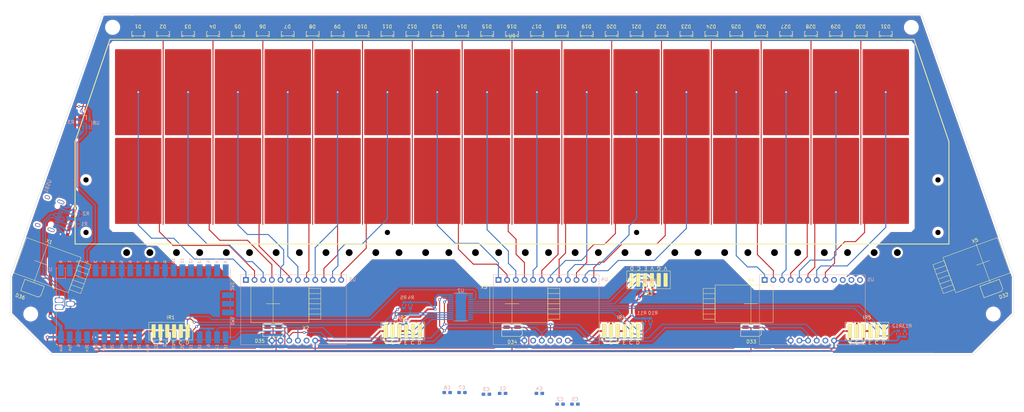
<source format=kicad_pcb>
(kicad_pcb (version 20211014) (generator pcbnew)
  (title_block (title "Chu Pico Main"))
  (layers (0 "F.Cu" signal) (31 "B.Cu" signal) (34 "B.Paste" user) (35 "F.Paste" user) (36 "B.SilkS" user "B.Silkscreen") (37 "F.SilkS" user "F.Silkscreen") (38 "B.Mask" user) (39 "F.Mask" user) (44 "Edge.Cuts" user))
  (net 0 "")
  (net 1 "GND")
  (net 2 "+5V")
  (net 3 "+3V3")
  (net 5 "Net-(U1-PadTP2)")
  (net 6 "Net-(U1-PadTP3)")
  (net 19 "/SCL")
  (net 20 "/SDA")
  (net 22 "/B0")
  (net 40 "Net-(K25-Pad1)")
  (net 41 "Net-(K26-Pad1)")
  (net 42 "Net-(K27-Pad1)")
  (net 43 "Net-(K28-Pad1)")
  (net 44 "Net-(K29-Pad1)")
  (net 45 "Net-(K30-Pad1)")
  (net 46 "Net-(K31-Pad1)")
  (net 47 "Net-(K32-Pad1)")
  (net 53 "Net-(K1-Pad1)")
  (net 54 "Net-(K2-Pad1)")
  (net 55 "Net-(K3-Pad1)")
  (net 56 "Net-(K4-Pad1)")
  (net 57 "Net-(K5-Pad1)")
  (net 58 "Net-(K6-Pad1)")
  (net 59 "Net-(K7-Pad1)")
  (net 60 "Net-(K8-Pad1)")
  (net 61 "Net-(K9-Pad1)")
  (net 62 "Net-(K10-Pad1)")
  (net 63 "Net-(K11-Pad1)")
  (net 64 "Net-(K12-Pad1)")
  (net 65 "Net-(K13-Pad1)")
  (net 66 "Net-(K14-Pad1)")
  (net 67 "Net-(K15-Pad1)")
  (net 68 "Net-(K16-Pad1)")
  (net 69 "Net-(K17-Pad1)")
  (net 70 "Net-(K18-Pad1)")
  (net 71 "Net-(K19-Pad1)")
  (net 72 "Net-(K20-Pad1)")
  (net 73 "Net-(K21-Pad1)")
  (net 74 "Net-(K22-Pad1)")
  (net 75 "Net-(K23-Pad1)")
  (net 76 "Net-(K24-Pad1)")
  (net 81 "Net-(D31-PadO)")
  (net 82 "Net-(D32-PadO)")
  (net 83 "Net-(D33-PadO)")
  (net 84 "Net-(D34-PadO)")
  (net 85 "Net-(D35-PadO)")
  (net 87 "Net-(D3-PadO)")
  (net 88 "Net-(D4-PadO)")
  (net 89 "Net-(D5-PadO)")
  (net 90 "Net-(D6-PadO)")
  (net 91 "Net-(D7-PadO)")
  (net 92 "Net-(D8-PadO)")
  (net 93 "Net-(D16-PadO)")
  (net 94 "Net-(D17-PadO)")
  (net 95 "Net-(D18-PadO)")
  (net 96 "Net-(D19-PadO)")
  (net 97 "Net-(D20-PadO)")
  (net 98 "Net-(D21-PadO)")
  (net 99 "Net-(D22-PadO)")
  (net 100 "Net-(D24-PadO)")
  (net 101 "Net-(D25-PadO)")
  (net 102 "Net-(D26-PadO)")
  (net 103 "Net-(D27-PadO)")
  (net 104 "Net-(D28-PadO)")
  (net 105 "Net-(D29-PadO)")
  (net 106 "Net-(D30-PadO)")
  (net 107 "Net-(D1-PadO)")
  (net 108 "Net-(D2-PadO)")
  (net 109 "Net-(D10-PadO)")
  (net 110 "Net-(D23-PadO)")
  (net 111 "Net-(D10-PadI)")
  (net 112 "Net-(D1-PadI)")
  (net 113 "Net-(D11-PadO)")
  (net 114 "Net-(D12-PadO)")
  (net 115 "Net-(D13-PadO)")
  (net 116 "Net-(D14-PadO)")
  (net 117 "Net-(D15-PadO)")
  (net 121 "/SCL_1")
  (net 122 "/SDA_1")
  (net 123 "/SCL_2")
  (net 124 "/SDA_2")
  (net 125 "/SCL_3")
  (net 126 "/SDA_3")
  (net 127 "/SCL_4")
  (net 128 "/SDA_4")
  (net 129 "/SCL_5")
  (net 130 "/SDA_5")
  (net 131 "Net-(U2-Pad3)")
  (net 135 "Net-(R1-Pad1)")
  (net 136 "Net-(R2-Pad1)")
  (net 137 "Net-(R3-Pad2)")
  (footprint "chu_main:WS2812B-4020" (layer "F.Cu") (at 309.096 63.074 180)
    (fp_text reference "D29")
    (fp_text value "WS2812B_Unified")
  )
  (footprint "chu_main:ChuKeyScrews" (layer "F.Cu") (at 323.696 106.074 180)
    (fp_text reference "K32" hide)
    (fp_text value "Conn_01x01_Female" hide)
  )
  (footprint "chu_main:WS2812B-4020" (layer "F.Cu") (at 192.296 63.074 180)
    (fp_text reference "D13")
    (fp_text value "WS2812B_Unified")
  )
  (footprint "chu_main:GP2Y0E03_REAL" (layer "F.Cu") (at 144.196 142.074 90)
    (fp_text reference "X2")
    (fp_text value "GP2Y0E03_REAL" hide)
  )
  (footprint "chu_main:WS2812B-2835" (layer "F.Cu") (at 144.196 149.824)
    (fp_text reference "D35")
    (fp_text value "WS2812B_Unified" hide)
  )
  (footprint "chu_main:WS2812B-4020" (layer "F.Cu") (at 257.996 63.074 180)
    (fp_text reference "D22")
    (fp_text value "WS2812B_Unified")
  )
  (footprint "chu_main:WS2812B-4020" (layer "F.Cu") (at 104.696 63.074 180)
    (fp_text reference "D1")
    (fp_text value "WS2812B_Unified")
  )
  (footprint "chu_main:ChuKeyScrews" (layer "F.Cu") (at 163.096 106.074 180)
    (fp_text reference "K10" hide)
    (fp_text value "Conn_01x01_Female" hide)
  )
  (footprint "chu_main:ChuKey" (layer "F.Cu") (at 119.296 80.074)
    (fp_text reference "K3" hide)
    (fp_text value "Conn_01x01_Female" hide)
  )
  (footprint "chu_main:WS2812B-4020" (layer "F.Cu") (at 279.896 63.074 180)
    (fp_text reference "D25")
    (fp_text value "WS2812B_Unified")
  )
  (footprint "chu_main:GP2Y0E03" (layer "F.Cu") (at 318.196 150.074)
    (fp_text reference "IR5")
    (fp_text value "Conn_01x06" hide)
  )
  (footprint "chu_main:WS2812B-4020" (layer "F.Cu") (at 287.196 63.074 180)
    (fp_text reference "D26")
    (fp_text value "WS2812B_Unified")
  )
  (footprint "chu_main:WS2812B-4020" (layer "F.Cu") (at 111.996 63.074 180)
    (fp_text reference "D2")
    (fp_text value "WS2812B_Unified")
  )
  (footprint "chu_main:WS2812B-4020" (layer "F.Cu") (at 199.596 63.074 180)
    (fp_text reference "D14")
    (fp_text value "WS2812B_Unified")
  )
  (footprint "chu_main:ChuKey" (layer "F.Cu") (at 265.296 80.074)
    (fp_text reference "K23" hide)
    (fp_text value "Conn_01x01_Female" hide)
  )
  (footprint "chu_main:WS2812B-2835" (layer "F.Cu") (at 73.696 137.574 -20)
    (fp_text reference "D36")
    (fp_text value "WS2812B_Unified" hide)
  )
  (footprint "chu_main:ChuKey" (layer "F.Cu") (at 192.296 80.074)
    (fp_text reference "K13" hide)
    (fp_text value "Conn_01x01_Female" hide)
  )
  (footprint "chu_main:WS2812B-4020" (layer "F.Cu") (at 272.596 63.074 180)
    (fp_text reference "D24")
    (fp_text value "WS2812B_Unified")
  )
  (footprint "chu_main:WS2812B-2835" (layer "F.Cu") (at 284.196 149.824)
    (fp_text reference "D33")
    (fp_text value "WS2812B_Unified" hide)
  )
  (footprint "chu_main:ChuKey" (layer "F.Cu") (at 104.696 80.074)
    (fp_text reference "K1" hide)
    (fp_text value "Conn_01x01_Female" hide)
  )
  (footprint "chu_main:ChuKeyScrews" (layer "F.Cu") (at 148.496 106.074 180)
    (fp_text reference "K8" hide)
    (fp_text value "Conn_01x01_Female" hide)
  )
  (footprint "chu_main:WS2812B-4020" (layer "F.Cu") (at 206.896 63.074 180)
    (fp_text reference "D15")
    (fp_text value "WS2812B_Unified")
  )
  (footprint "chu_main:GP2Y0E03" (layer "F.Cu") (at 114.196 150.074)
    (fp_text reference "IR1")
    (fp_text value "Conn_01x06" hide)
  )
  (footprint "chu_main:WS2812B-4020" (layer "F.Cu") (at 163.096 63.074 180)
    (fp_text reference "D9")
    (fp_text value "WS2812B_Unified")
  )
  (footprint "chu_main:ChuKeyScrews" (layer "F.Cu") (at 104.696 106.074 180)
    (fp_text reference "K2" hide)
    (fp_text value "Conn_01x01_Female" hide)
  )
  (footprint "chu_main:WS2812B-4020" (layer "F.Cu") (at 236.096 63.074 180)
    (fp_text reference "D19")
    (fp_text value "WS2812B_Unified")
  )
  (footprint "chu_main:WS2812B-4020" (layer "F.Cu") (at 126.596 63.074 180)
    (fp_text reference "D4")
    (fp_text value "WS2812B_Unified")
  )
  (footprint "chu_main:ChuKey" (layer "F.Cu") (at 163.096 80.074)
    (fp_text reference "K9" hide)
    (fp_text value "Conn_01x01_Female" hide)
  )
  (footprint "chu_main:WS2812B-4020" (layer "F.Cu") (at 148.496 63.074 180)
    (fp_text reference "D7")
    (fp_text value "WS2812B_Unified")
  )
  (footprint "chu_main:ChuKey" (layer "F.Cu") (at 279.896 80.074)
    (fp_text reference "K25" hide)
    (fp_text value "Conn_01x01_Female" hide)
  )
  (footprint "chu_main:WS2812B-4020" (layer "F.Cu") (at 228.796 63.074 180)
    (fp_text reference "D18")
    (fp_text value "WS2812B_Unified")
  )
  (footprint "chu_main:ChuKeyScrews" (layer "F.Cu") (at 309.096 106.074 180)
    (fp_text reference "K30" hide)
    (fp_text value "Conn_01x01_Female" hide)
  )
  (footprint "chu_main:ChuAcrylic" (layer "F.Cu") (at 214.196 94.574)
    (fp_text reference "U0")
    (fp_text value "ChuAcrylic")
  )
  (footprint "chu_main:WS2812B-4020" (layer "F.Cu") (at 243.396 63.074 180)
    (fp_text reference "D20")
    (fp_text value "WS2812B_Unified")
  )
  (footprint "chu_main:WS2812B-2835" (layer "F.Cu") (at 214.196 149.824)
    (fp_text reference "D34")
    (fp_text value "WS2812B_Unified" hide)
  )
  (footprint "chu_main:ChuKey" (layer "F.Cu") (at 250.696 80.074)
    (fp_text reference "K21" hide)
    (fp_text value "Conn_01x01_Female" hide)
  )
  (footprint "chu_main:ChuKeyScrews" (layer "F.Cu") (at 119.296 106.074 180)
    (fp_text reference "K4" hide)
    (fp_text value "Conn_01x01_Female" hide)
  )
  (footprint "chu_main:ChuKey" (layer "F.Cu") (at 148.496 80.074)
    (fp_text reference "K7" hide)
    (fp_text value "Conn_01x01_Female" hide)
  )
  (footprint "chu_main:ChuKeyScrews" (layer "F.Cu") (at 206.896 106.074 180)
    (fp_text reference "K16" hide)
    (fp_text value "Conn_01x01_Female" hide)
  )
  (footprint "chu_main:WS2812B-4020" (layer "F.Cu") (at 155.796 63.074 180)
    (fp_text reference "D8")
    (fp_text value "WS2812B_Unified")
  )
  (footprint "chu_main:GP2Y0E03_REAL" (layer "F.Cu") (at 352.196 130.074 -70)
    (fp_text reference "X5")
    (fp_text value "GP2Y0E03_REAL" hide)
  )
  (footprint "chu_main:WS2812B-4020" (layer "F.Cu") (at 301.796 63.074 180)
    (fp_text reference "D28")
    (fp_text value "WS2812B_Unified")
  )
  (footprint "chu_main:ChuKeyScrews" (layer "F.Cu") (at 265.296 106.074 180)
    (fp_text reference "K24" hide)
    (fp_text value "Conn_01x01_Female" hide)
  )
  (footprint "chu_main:ChuKeyScrews" (layer "F.Cu") (at 221.496 106.074 180)
    (fp_text reference "K18" hide)
    (fp_text value "Conn_01x01_Female" hide)
  )
  (footprint "chu_main:ChuKeyScrews" (layer "F.Cu") (at 133.896 106.074 180)
    (fp_text reference "K6" hide)
    (fp_text value "Conn_01x01_Female" hide)
  )
  (footprint "chu_main:WS2812B-4020" (layer "F.Cu") (at 214.196 63.074 180)
    (fp_text reference "D16")
    (fp_text value "WS2812B_Unified")
  )
  (footprint "chu_main:WS2812B-4020" (layer "F.Cu") (at 133.896 63.074 180)
    (fp_text reference "D5")
    (fp_text value "WS2812B_Unified")
  )
  (footprint "chu_main:WS2812B-4020" (layer "F.Cu") (at 184.996 63.074 180)
    (fp_text reference "D12")
    (fp_text value "WS2812B_Unified")
  )
  (footprint "chu_main:ChuKey" (layer "F.Cu") (at 206.896 80.074)
    (fp_text reference "K15" hide)
    (fp_text value "Conn_01x01_Female" hide)
  )
  (footprint "chu_main:MountingHole_3.2mm_M3" (layer "F.Cu") (at 355.196 145.074)
    (fp_text reference "SCR4" hide)
    (fp_text value "ScrewHole")
  )
  (footprint "chu_main:ChuKeyScrews" (layer "F.Cu") (at 236.096 106.074 180)
    (fp_text reference "K20" hide)
    (fp_text value "Conn_01x01_Female" hide)
  )
  (footprint "chu_main:WS2812B-4020" (layer "F.Cu") (at 170.396 63.074 180)
    (fp_text reference "D10")
    (fp_text value "WS2812B_Unified")
  )
  (footprint "chu_main:ChuKeyScrews" (layer "F.Cu") (at 250.696 106.074 180)
    (fp_text reference "K22" hide)
    (fp_text value "Conn_01x01_Female" hide)
  )
  (footprint "chu_main:WS2812B-4020" (layer "F.Cu") (at 323.696 63.074 180)
    (fp_text reference "D31")
    (fp_text value "WS2812B_Unified")
  )
  (footprint "chu_main:ChuKey" (layer "F.Cu") (at 133.896 80.074)
    (fp_text reference "K5" hide)
    (fp_text value "Conn_01x01_Female" hide)
  )
  (footprint "chu_main:WS2812B-4020" (layer "F.Cu") (at 250.696 63.074 180)
    (fp_text reference "D21")
    (fp_text value "WS2812B_Unified")
  )
  (footprint "chu_main:WS2812B-4020" (layer "F.Cu") (at 177.696 63.074 180)
    (fp_text reference "D11")
    (fp_text value "WS2812B_Unified")
  )
  (footprint "chu_main:GP2Y0E03" (layer "F.Cu") (at 246.196 150.074)
    (fp_text reference "IR4")
    (fp_text value "Conn_01x06" hide)
  )
  (footprint "chu_main:GP2Y0E03" (layer "F.Cu") (at 254.196 135.074 180)
    (fp_text reference "IR3")
    (fp_text value "Conn_01x06" hide)
  )
  (footprint "chu_main:MountingHole_3.2mm_M3" (layer "F.Cu") (at 73.196 145.074)
    (fp_text reference "SCR3" hide)
    (fp_text value "ScrewHole")
  )
  (footprint "chu_main:WS2812B-4020" (layer "F.Cu") (at 141.196 63.074 180)
    (fp_text reference "D6")
    (fp_text value "WS2812B_Unified")
  )
  (footprint "chu_main:ChuKeyScrews" (layer "F.Cu") (at 279.896 106.074 180)
    (fp_text reference "K26" hide)
    (fp_text value "Conn_01x01_Female" hide)
  )
  (footprint "chu_main:ChuKey" (layer "F.Cu") (at 236.096 80.074)
    (fp_text reference "K19" hide)
    (fp_text value "Conn_01x01_Female" hide)
  )
  (footprint "chu_main:ChuKeyScrews" (layer "F.Cu") (at 294.496 106.074 180)
    (fp_text reference "K28" hide)
    (fp_text value "Conn_01x01_Female" hide)
  )
  (footprint "chu_main:ChuKey" (layer "F.Cu") (at 323.696 80.074)
    (fp_text reference "K31" hide)
    (fp_text value "Conn_01x01_Female" hide)
  )
  (footprint "chu_main:WS2812B-4020" (layer "F.Cu") (at 265.296 63.074 180)
    (fp_text reference "D23")
    (fp_text value "WS2812B_Unified")
  )
  (footprint "chu_main:ChuKeyScrews" (layer "F.Cu") (at 192.296 106.074 180)
    (fp_text reference "K14" hide)
    (fp_text value "Conn_01x01_Female" hide)
  )
  (footprint "chu_main:GP2Y0E03_REAL" (layer "F.Cu") (at 76.196 130.074 70)
    (fp_text reference "X1")
    (fp_text value "GP2Y0E03_REAL" hide)
  )
  (footprint "chu_main:WS2812B-4020" (layer "F.Cu") (at 294.496 63.074 180)
    (fp_text reference "D27")
    (fp_text value "WS2812B_Unified")
  )
  (footprint "chu_main:GP2Y0E03" (layer "F.Cu") (at 182.196 150.074)
    (fp_text reference "IR2")
    (fp_text value "Conn_01x06" hide)
  )
  (footprint "chu_main:WS2812B-4020" (layer "F.Cu") (at 119.296 63.074 180)
    (fp_text reference "D3")
    (fp_text value "WS2812B_Unified")
  )
  (footprint "chu_main:ChuKey" (layer "F.Cu") (at 177.696 80.074)
    (fp_text reference "K11" hide)
    (fp_text value "Conn_01x01_Female" hide)
  )
  (footprint "chu_main:ChuKey" (layer "F.Cu") (at 309.096 80.074)
    (fp_text reference "K29" hide)
    (fp_text value "Conn_01x01_Female" hide)
  )
  (footprint "chu_main:MountingHole_3.2mm_M3" (layer "F.Cu") (at 331.196 61.074)
    (fp_text reference "SCR2" hide)
    (fp_text value "ScrewHole")
  )
  (footprint "chu_main:GP2Y0E03_REAL" (layer "F.Cu") (at 284.196 142.074 -90)
    (fp_text reference "X4")
    (fp_text value "GP2Y0E03_REAL" hide)
  )
  (footprint "chu_main:ChuKeyScrews" (layer "F.Cu") (at 177.696 106.074 180)
    (fp_text reference "K12" hide)
    (fp_text value "Conn_01x01_Female" hide)
  )
  (footprint "chu_main:GP2Y0E03_REAL" (layer "F.Cu") (at 214.196 142.074 90)
    (fp_text reference "X3")
    (fp_text value "GP2Y0E03_REAL" hide)
  )
  (footprint "chu_main:WS2812B-4020" (layer "F.Cu") (at 221.496 63.074 180)
    (fp_text reference "D17")
    (fp_text value "WS2812B_Unified")
  )
  (footprint "chu_main:ChuKey" (layer "F.Cu") (at 294.496 80.074)
    (fp_text reference "K27" hide)
    (fp_text value "Conn_01x01_Female" hide)
  )
  (footprint "chu_main:MountingHole_3.2mm_M3" (layer "F.Cu") (at 97.196 61.074)
    (fp_text reference "SCR1" hide)
    (fp_text value "ScrewHole")
  )
  (footprint "chu_main:WS2812B-4020" (layer "F.Cu") (at 316.396 63.074 180)
    (fp_text reference "D30")
    (fp_text value "WS2812B_Unified")
  )
  (footprint "chu_main:WS2812B-2835" (layer "F.Cu") (at 354.696 137.574 20)
    (fp_text reference "D32")
    (fp_text value "WS2812B_Unified" hide)
  )
  (footprint "chu_main:ChuKey" (layer "F.Cu") (at 221.496 80.074)
    (fp_text reference "K17" hide)
    (fp_text value "Conn_01x01_Female" hide)
  )
  (footprint "chu_main:MPR121_BOARD" (layer "B.Cu") (at 150.196 135.074)
    (fp_text reference "U3")
    (fp_text value "MPR121QR2_BOARD")
  )
  (footprint "chu_main:MPR121_BOARD" (layer "B.Cu") (at 224.196 135.074)
    (fp_text reference "U4")
    (fp_text value "MPR121QR2_BOARD")
  )
  (footprint "Resistor_SMD:R_0603_1608Metric" (layer "B.Cu") (at 254.796 147.174 90)
    (fp_text reference "R10")
    (fp_text value "4.7K" hide)
  )
  (footprint "Resistor_SMD:R_0603_1608Metric" (layer "B.Cu") (at 85.796 118.674)
    (fp_text reference "R1")
    (fp_text value "5K1")
  )
  (footprint "Package_SO:TSSOP-24_4.4x7.8mm_P0.65mm" (layer "B.Cu") (at 199.196 143.074 180)
    (fp_text reference "U2")
    (fp_text value "PCA9548APW")
  )
  (footprint "Type-C:HRO-TYPE-C-31-M-12-Assembly" (layer "B.Cu") (at 74.196 114.074 70.75)
    (fp_text reference "USB1")
    (fp_text value "U262-161N-4BVC11" hide)
  )
  (footprint "chu_main:MPR121_BOARD" (layer "B.Cu") (at 302.196 135.074)
    (fp_text reference "U5")
    (fp_text value "MPR121QR2_BOARD")
  )
  (footprint "Resistor_SMD:R_0603_1608Metric" (layer "B.Cu") (at 253.496 137.674 -90)
    (fp_text reference "R8")
    (fp_text value "4.7K")
  )
  (footprint "Resistor_SMD:R_0603_1608Metric" (layer "B.Cu") (at 181.396 148.974 90)
    (fp_text reference "R7")
    (fp_text value "4.7K" hide)
  )
  (footprint "Resistor_SMD:R_0603_1608Metric" (layer "B.Cu") (at 86.996 88.874 -90)
    (fp_text reference "R3")
    (fp_text value "10")
  )
  (footprint "Capacitor_SMD:C_0603_1608Metric_Pad1.08x0.95mm_HandSolder" (layer "B.Cu") (at 228.2835 171.474 180)
    (fp_text reference "C2")
    (fp_text value "0.1uF")
  )
  (footprint "chu_main:RPi_Pico_SMD_Pins_Strip" (layer "B.Cu") (at 106.196 142.074 -90)
    (fp_text reference "U1")
    (fp_text value "Pico")
  )
  (footprint "Resistor_SMD:R_0603_1608Metric" (layer "B.Cu") (at 255.496 137.674 -90)
    (fp_text reference "R9")
    (fp_text value "4.7K" hide)
  )
  (footprint "Capacitor_SMD:C_0603_1608Metric_Pad1.08x0.95mm_HandSolder" (layer "B.Cu") (at 222.196 168.324 180)
    (fp_text reference "C4")
    (fp_text value "0.1uF")
  )
  (footprint "Resistor_SMD:R_0603_1608Metric" (layer "B.Cu") (at 184.396 142.474 90)
    (fp_text reference "R4")
    (fp_text value "4.7K" hide)
  )
  (footprint "Capacitor_SMD:C_0603_1608Metric_Pad1.08x0.95mm_HandSolder" (layer "B.Cu") (at 206.696 168.574 180)
    (fp_text reference "C3")
    (fp_text value "0.1uF")
  )
  (footprint "Resistor_SMD:R_0603_1608Metric" (layer "B.Cu") (at 86.396 115.774)
    (fp_text reference "R2")
    (fp_text value "5K1")
  )
  (footprint "Capacitor_SMD:C_0603_1608Metric_Pad1.08x0.95mm_HandSolder" (layer "B.Cu") (at 195.196 168.074 180)
    (fp_text reference "C6")
    (fp_text value "0.1uF")
  )
  (footprint "Resistor_SMD:R_0603_1608Metric" (layer "B.Cu") (at 327.396 150.874 -90)
    (fp_text reference "R12")
    (fp_text value "4.7K" hide)
  )
  (footprint "Resistor_SMD:R_0603_1608Metric" (layer "B.Cu") (at 252.796 147.174 90)
    (fp_text reference "R11")
    (fp_text value "4.7K" hide)
  )
  (footprint "Capacitor_SMD:C_0603_1608Metric_Pad1.08x0.95mm_HandSolder" (layer "B.Cu") (at 199.546 168.074 180)
    (fp_text reference "C7")
    (fp_text value "0.1uF")
  )
  (footprint "Resistor_SMD:R_0603_1608Metric" (layer "B.Cu") (at 182.596 142.474 90)
    (fp_text reference "R5")
    (fp_text value "4.7K" hide)
  )
  (footprint "Capacitor_SMD:C_0603_1608Metric_Pad1.08x0.95mm_HandSolder" (layer "B.Cu") (at 211.446 168.324 180)
    (fp_text reference "C1")
    (fp_text value "0.1uF")
  )
  (footprint "Resistor_SMD:R_0603_1608Metric" (layer "B.Cu") (at 329.296 150.899 -90)
    (fp_text reference "R13")
    (fp_text value "4.7K" hide)
  )
  (footprint "chu_main:SOT-23-5_Jumper" (layer "B.Cu") (at 89.496 89.174 90)
    (fp_text reference "U8")
    (fp_text value "SN74LV1T34DBV")
  )
  (footprint "Capacitor_SMD:C_0603_1608Metric_Pad1.08x0.95mm_HandSolder" (layer "B.Cu") (at 232.6335 171.474 180)
    (fp_text reference "C5")
    (fp_text value "0.1uF")
  )
  (footprint "Resistor_SMD:R_0603_1608Metric" (layer "B.Cu") (at 183.196 148.974 90)
    (fp_text reference "R6")
    (fp_text value "4.7K" hide)
  )
  (gr_line (start 349.196 157.074) (end 361.196 145.074) (layer "Edge.Cuts") (width 0.1))
  (gr_line (start 67.196 145.074) (end 67.196 134.074) (layer "Edge.Cuts") (width 0.1))
  (gr_line (start 361.196 145.074) (end 361.196 134.074) (layer "Edge.Cuts") (width 0.1))
  (gr_line (start 67.196 145.074) (end 79.196 157.074) (layer "Edge.Cuts") (width 0.1))
  (gr_line (start 79.196 157.074) (end 349.196 157.074) (layer "Edge.Cuts") (width 0.1))
  (gr_line (start 94.196 57.074) (end 334.196 57.074) (layer "Edge.Cuts") (width 0.1))
  (gr_line (start 334.196 57.074) (end 361.196 134.074) (layer "Edge.Cuts") (width 0.1))
  (gr_line (start 94.196 57.074) (end 67.196 134.074) (layer "Edge.Cuts") (width 0.1))
  (segment (start 126.596 64.574) (end 126.596 118.774) (width 0.3) (layer "F.Cu") (net 1))
  (segment (start 184.996 64.574) (end 184.996 118.774) (width 0.3) (layer "F.Cu") (net 1))
  (segment (start 301.796 64.574) (end 301.796 118.774) (width 0.3) (layer "F.Cu") (net 1))
  (segment (start 243.396 64.574) (end 243.396 118.774) (width 0.3) (layer "F.Cu") (net 1))
  (segment (start 257.996 64.574) (end 257.996 118.774) (width 0.3) (layer "F.Cu") (net 1))
  (segment (start 287.196 64.574) (end 287.196 118.774) (width 0.3) (layer "F.Cu") (net 1))
  (segment (start 155.796 64.574) (end 155.796 118.774) (width 0.3) (layer "F.Cu") (net 1))
  (segment (start 316.396 64.574) (end 316.396 118.774) (width 0.3) (layer "F.Cu") (net 1))
  (segment (start 170.396 64.574) (end 170.396 118.774) (width 0.3) (layer "F.Cu") (net 1))
  (segment (start 272.596 64.574) (end 272.596 118.774) (width 0.3) (layer "F.Cu") (net 1))
  (segment (start 111.996 64.574) (end 111.996 118.774) (width 0.3) (layer "F.Cu") (net 1))
  (segment (start 214.196 64.574) (end 214.196 118.774) (width 0.3) (layer "F.Cu") (net 1))
  (segment (start 141.196 64.574) (end 141.196 118.774) (width 0.3) (layer "F.Cu") (net 1))
  (segment (start 199.596 64.574) (end 199.596 118.774) (width 0.3) (layer "F.Cu") (net 1))
  (segment (start 228.796 64.574) (end 228.796 118.774) (width 0.3) (layer "F.Cu") (net 1))
  (via (at 84.896 113.074) (size 1) (drill 0.5) (layers "F.Cu" "B.Cu") (net 1))
  (via (at 81.896 121.674) (size 1) (drill 0.5) (layers "F.Cu" "B.Cu") (net 1))
  (segment (start 81.596 120.074) (end 81.896 121.674) (width 0.5) (layer "B.Cu") (net 1))
  (segment (start 80.397513 119.655657) (end 81.596 120.074) (width 0.5) (layer "B.Cu") (net 1))
  (segment (start 83.696 113.974) (end 82.524017 113.566282) (width 0.5) (layer "B.Cu") (net 1))
  (segment (start 84.896 113.074) (end 83.696 113.974) (width 0.5) (layer "B.Cu") (net 1))
  (segment (start 84.196 121.074) (end 82.796 125.374) (width 1) (layer "F.Cu") (net 2))
  (segment (start 102.171 57.974) (end 95.896 57.974) (width 0.6) (layer "F.Cu") (net 2))
  (segment (start 286.771 62.424) (end 286.771 60.074) (width 0.4) (layer "F.Cu") (net 2))
  (segment (start 294.071 62.424) (end 294.071 60.074) (width 0.4) (layer "F.Cu") (net 2))
  (segment (start 72.50031 136.181044) (end 72.896 135.074) (width 0.3) (layer "F.Cu") (net 2))
  (segment (start 155.371 62.424) (end 155.371 60.074) (width 0.4) (layer "F.Cu") (net 2))
  (segment (start 144.196 149.274) (end 144.196 151.274) (width 0.3) (layer "F.Cu") (net 2))
  (segment (start 279.471 62.424) (end 279.471 60.074) (width 0.4) (layer "F.Cu") (net 2))
  (segment (start 126.171 62.424) (end 126.171 60.074) (width 0.4) (layer "F.Cu") (net 2))
  (segment (start 143.846 148.924) (end 144.196 149.274) (width 0.3) (layer "F.Cu") (net 2))
  (segment (start 221.071 62.424) (end 221.071 60.074) (width 0.4) (layer "F.Cu") (net 2))
  (segment (start 355.296 139.374) (end 354.548941 137.121059) (width 0.3) (layer "F.Cu") (net 2))
  (segment (start 78.096 151.874) (end 78.096 154.074) (width 0.5) (layer "F.Cu") (net 2))
  (segment (start 82.796 125.374) (end 78.996 129.174) (width 1) (layer "F.Cu") (net 2))
  (segment (start 145.196 155.974) (end 214.196 155.974) (width 0.5) (layer "F.Cu") (net 2))
  (segment (start 169.971 62.424) (end 169.971 60.074) (width 0.4) (layer "F.Cu") (net 2))
  (segment (start 315.971 62.424) (end 315.971 60.074) (width 0.4) (layer "F.Cu") (net 2))
  (segment (start 86.196 114.074) (end 84.196 121.074) (width 1) (layer "F.Cu") (net 2))
  (segment (start 177.271 62.424) (end 177.271 60.074) (width 0.4) (layer "F.Cu") (net 2))
  (segment (start 206.471 62.424) (end 206.471 60.074) (width 0.4) (layer "F.Cu") (net 2))
  (segment (start 148.071 62.424) (end 148.071 60.074) (width 0.4) (layer "F.Cu") (net 2))
  (segment (start 283.846 148.924) (end 284.196 149.274) (width 0.3) (layer "F.Cu") (net 2))
  (segment (start 78.996 129.174) (end 78.996 134.574) (width 1) (layer "F.Cu") (net 2))
  (segment (start 301.371 62.424) (end 301.371 60.074) (width 0.4) (layer "F.Cu") (net 2))
  (segment (start 323.271 62.424) (end 323.271 61.149) (width 0.4) (layer "F.Cu") (net 2))
  (segment (start 272.171 62.424) (end 272.171 60.074) (width 0.4) (layer "F.Cu") (net 2))
  (segment (start 162.671 62.424) (end 162.671 60.074) (width 0.4) (layer "F.Cu") (net 2))
  (segment (start 184.571 62.424) (end 184.571 60.074) (width 0.4) (layer "F.Cu") (net 2))
  (segment (start 257.571 62.424) (end 257.571 60.074) (width 0.4) (layer "F.Cu") (net 2))
  (segment (start 133.471 62.424) (end 133.471 60.074) (width 0.4) (layer "F.Cu") (net 2))
  (segment (start 191.871 62.424) (end 191.871 60.074) (width 0.4) (layer "F.Cu") (net 2))
  (segment (start 213.746 148.924) (end 214.196 149.374) (width 0.3) (layer "F.Cu") (net 2))
  (segment (start 354.548941 137.121059) (end 353.996 136.874) (width 0.3) (layer "F.Cu") (net 2))
  (segment (start 73.596 134.574) (end 78.996 134.574) (width 0.3) (layer "F.Cu") (net 2))
  (segment (start 214.196 149.374) (end 214.196 155.974) (width 0.3) (layer "F.Cu") (net 2))
  (segment (start 86.196 84.274) (end 86.196 114.074) (width 0.6) (layer "F.Cu") (net 2))
  (segment (start 308.671 62.424) (end 308.671 60.074) (width 0.4) (layer "F.Cu") (net 2))
  (segment (start 87.296 84.274) (end 86.196 84.274) (width 0.3) (layer "F.Cu") (net 2))
  (segment (start 213.771 62.424) (end 213.771 60.074) (width 0.4) (layer "F.Cu") (net 2))
  (segment (start 94.596 59.374) (end 86.196 84.274) (width 0.6) (layer "F.Cu") (net 2))
  (segment (start 111.571 62.424) (end 111.571 60.074) (width 0.4) (layer "F.Cu") (net 2))
  (segment (start 79.996 155.974) (end 145.196 155.974) (width 0.5) (layer "F.Cu") (net 2))
  (segment (start 325.696 155.974) (end 336.996 155.974) (width 0.3) (layer "F.Cu") (net 2))
  (segment (start 315.996 60.074) (end 322.196 60.074) (width 0.4) (layer "F.Cu") (net 2))
  (segment (start 282.596 148.924) (end 283.846 148.924) (width 0.3) (layer "F.Cu") (net 2))
  (segment (start 353.996 136.874) (end 352.884674 137.275509) (width 0.3) (layer "F.Cu") (net 2))
  (segment (start 235.671 62.424) (end 235.671 60.074) (width 0.4) (layer "F.Cu") (net 2))
  (segment (start 354.996 139.974) (end 355.296 139.374) (width 0.3) (layer "F.Cu") (net 2))
  (segment (start 145.088846 152.166846) (end 145.088846 155.966846) (width 0.3) (layer "F.Cu") (net 2))
  (segment (start 145.088846 155.966846) (end 145.096 155.974) (width 0.3) (layer "F.Cu") (net 2))
  (segment (start 78.096 154.074) (end 79.996 155.974) (width 0.5) (layer "F.Cu") (net 2))
  (segment (start 228.371 62.424) (end 228.371 60.074) (width 0.4) (layer "F.Cu") (net 2))
  (segment (start 95.896 57.974) (end 94.596 59.374) (width 0.6) (layer "F.Cu") (net 2))
  (segment (start 264.871 62.424) (end 264.871 60.074) (width 0.4) (layer "F.Cu") (net 2))
  (segment (start 351.796 141.174) (end 354.996 139.974) (width 0.3) (layer "F.Cu") (net 2))
  (segment (start 336.996 155.974) (end 351.796 141.174) (width 0.3) (layer "F.Cu") (net 2))
  (segment (start 144.196 151.274) (end 145.088846 152.166846) (width 0.3) (layer "F.Cu") (net 2))
  (segment (start 199.171 62.424) (end 199.171 60.074) (width 0.4) (layer "F.Cu") (net 2))
  (segment (start 214.196 155.974) (end 284.196 155.974) (width 0.5) (layer "F.Cu") (net 2))
  (segment (start 284.196 149.274) (end 284.196 155.974) (width 0.3) (layer "F.Cu") (net 2))
  (segment (start 78.996 145.674) (end 78.996 134.574) (width 1) (layer "F.Cu") (net 2))
  (segment (start 140.771 62.424) (end 140.771 60.074) (width 0.4) (layer "F.Cu") (net 2))
  (segment (start 284.196 155.974) (end 336.996 155.974) (width 0.3) (layer "F.Cu") (net 2))
  (segment (start 72.896 135.074) (end 73.596 134.574) (width 0.3) (layer "F.Cu") (net 2))
  (segment (start 118.871 62.424) (end 118.871 60.074) (width 0.4) (layer "F.Cu") (net 2))
  (segment (start 250.271 62.424) (end 250.271 60.074) (width 0.4) (layer "F.Cu") (net 2))
  (segment (start 142.596 148.924) (end 143.846 148.924) (width 0.3) (layer "F.Cu") (net 2))
  (segment (start 242.971 62.424) (end 242.971 60.074) (width 0.4) (layer "F.Cu") (net 2))
  (segment (start 104.271 60.074) (end 104.271 62.424) (width 0.4) (layer "F.Cu") (net 2))
  (segment (start 104.271 60.074) (end 315.996 60.074) (width 0.6) (layer "F.Cu") (net 2))
  (segment (start 212.596 148.924) (end 213.746 148.924) (width 0.3) (layer "F.Cu") (net 2))
  (segment (start 104.271 60.074) (end 102.171 57.974) (width 0.6) (layer "F.Cu") (net 2))
  (segment (start 322.196 60.074) (end 323.271 61.149) (width 0.4) (layer "F.Cu") (net 2))
  (via (at 78.996 145.674) (size 1.2) (drill 0.6) (layers "F.Cu" "B.Cu") (net 2))
  (via (at 86.196 114.074) (size 1) (drill 0.5) (layers "F.Cu" "B.Cu") (net 2))
  (via (at 87.296 84.274) (size 0.8) (drill 0.4) (layers "F.Cu" "B.Cu") (net 2))
  (via (at 78.096 151.874) (size 1) (drill 0.5) (layers "F.Cu" "B.Cu") (net 2))
  (via (at 84.196 121.074) (size 1) (drill 0.5) (layers "F.Cu" "B.Cu") (net 2))
  (segment (start 78.996 145.674) (end 82.066 148.744) (width 1) (layer "B.Cu") (net 2))
  (segment (start 82.066 151.874) (end 78.096 151.874) (width 0.7) (layer "B.Cu") (net 2))
  (segment (start 90.446 85.724) (end 88.996 84.274) (width 0.3) (layer "B.Cu") (net 2))
  (segment (start 86.196 114.074) (end 84.296 115.074) (width 0.5) (layer "B.Cu") (net 2))
  (segment (start 90.446 88.0365) (end 90.446 85.724) (width 0.3) (layer "B.Cu") (net 2))
  (segment (start 82.196 119.474) (end 80.653023 118.923988) (width 0.5) (layer "B.Cu") (net 2))
  (segment (start 84.196 121.074) (end 82.196 119.474) (width 0.5) (layer "B.Cu") (net 2))
  (segment (start 84.296 115.074) (end 82.268507 114.297951) (width 0.5) (layer "B.Cu") (net 2))
  (segment (start 82.066 148.744) (end 82.066 151.874) (width 1) (layer "B.Cu") (net 2))
  (segment (start 88.996 84.274) (end 87.296 84.274) (width 0.3) (layer "B.Cu") (net 2))
  (segment (start 313.196 152.574) (end 313.696 153.074) (width 0.5) (layer "F.Cu") (net 3))
  (segment (start 241.696 153.074) (end 244.796 153.074) (width 0.5) (layer "F.Cu") (net 3))
  (segment (start 189.496 143.674) (end 191.696 143.674) (width 0.5) (layer "F.Cu") (net 3))
  (segment (start 313.696 153.074) (end 316.796 153.074) (width 0.5) (layer "F.Cu") (net 3))
  (segment (start 241.196 152.574) (end 241.696 153.074) (width 0.5) (layer "F.Cu") (net 3))
  (segment (start 175.596 150.074) (end 172.816 152.854) (width 0.5) (layer "F.Cu") (net 3))
  (segment (start 236.716 152.854) (end 239.496 150.074) (width 0.5) (layer "F.Cu") (net 3))
  (segment (start 311.326 150.074) (end 313.196 150.074) (width 0.5) (layer "F.Cu") (net 3))
  (segment (start 184.246 145.924) (end 187.246 145.924) (width 0.5) (layer "F.Cu") (net 3))
  (segment (start 317.196 152.674) (end 317.196 150.074) (width 0.5) (layer "F.Cu") (net 3))
  (segment (start 92.226 151.874) (end 105.396 151.874) (width 0.5) (layer "F.Cu") (net 3))
  (segment (start 255.296 135.074) (end 255.296 137.574) (width 0.5) (layer "F.Cu") (net 3))
  (segment (start 109.196 152.574) (end 109.696 153.074) (width 0.5) (layer "F.Cu") (net 3))
  (segment (start 317.196 150.074) (end 319.196 150.074) (width 0.5) (layer "F.Cu") (net 3))
  (segment (start 239.496 150.074) (end 241.196 150.074) (width 0.5) (layer "F.Cu") (net 3))
  (segment (start 183.196 146.974) (end 184.246 145.924) (width 0.5) (layer "F.Cu") (net 3))
  (segment (start 251.346 140.524) (end 253.196 138.674) (width 0.5) (layer "F.Cu") (net 3))
  (segment (start 258.896 138.074) (end 259.296 137.674) (width 0.5) (layer "F.Cu") (net 3))
  (segment (start 259.296 137.674) (end 259.296 135.074) (width 0.5) (layer "F.Cu") (net 3))
  (segment (start 180.796 153.074) (end 181.196 152.674) (width 0.5) (layer "F.Cu") (net 3))
  (segment (start 109.196 150.074) (end 109.196 152.574) (width 0.5) (layer "F.Cu") (net 3))
  (segment (start 181.196 150.074) (end 183.196 150.074) (width 0.5) (layer "F.Cu") (net 3))
  (segment (start 172.816 152.854) (end 156.546 152.854) (width 0.5) (layer "F.Cu") (net 3))
  (segment (start 316.796 153.074) (end 317.196 152.674) (width 0.5) (layer "F.Cu") (net 3))
  (segment (start 245.196 152.674) (end 245.196 150.074) (width 0.5) (layer "F.Cu") (net 3))
  (segment (start 255.796 138.074) (end 258.896 138.074) (width 0.5) (layer "F.Cu") (net 3))
  (segment (start 247.196 150.074) (end 247.196 147.374) (width 0.5) (layer "F.Cu") (net 3))
  (segment (start 177.696 153.074) (end 180.796 153.074) (width 0.5) (layer "F.Cu") (net 3))
  (segment (start 255.296 137.574) (end 255.796 138.074) (width 0.5) (layer "F.Cu") (net 3))
  (segment (start 249.296 142.574) (end 251.346 140.524) (width 0.5) (layer "F.Cu") (net 3))
  (segment (start 249.296 145.274) (end 249.296 142.574) (width 0.5) (layer "F.Cu") (net 3))
  (segment (start 177.196 150.074) (end 177.196 152.574) (width 0.5) (layer "F.Cu") (net 3))
  (segment (start 308.546 152.854) (end 309.136 152.854) (width 0.5) (layer "F.Cu") (net 3))
  (segment (start 113.196 152.674) (end 113.196 150.074) (width 0.5) (layer "F.Cu") (net 3))
  (segment (start 313.196 150.074) (end 313.196 152.574) (width 0.5) (layer "F.Cu") (net 3))
  (segment (start 308.546 152.854) (end 311.326 150.074) (width 0.5) (layer "F.Cu") (net 3))
  (segment (start 177.196 150.074) (end 175.596 150.074) (width 0.5) (layer "F.Cu") (net 3))
  (segment (start 247.196 147.374) (end 249.296 145.274) (width 0.5) (layer "F.Cu") (net 3))
  (segment (start 183.196 150.074) (end 183.196 146.974) (width 0.5) (layer "F.Cu") (net 3))
  (segment (start 105.396 151.874) (end 107.196 150.074) (width 0.5) (layer "F.Cu") (net 3))
  (segment (start 187.246 145.924) (end 189.496 143.674) (width 0.5) (layer "F.Cu") (net 3))
  (segment (start 230.546 152.854) (end 236.716 152.854) (width 0.5) (layer "F.Cu") (net 3))
  (segment (start 181.196 152.674) (end 181.196 150.074) (width 0.5) (layer "F.Cu") (net 3))
  (segment (start 177.196 152.574) (end 177.696 153.074) (width 0.5) (layer "F.Cu") (net 3))
  (segment (start 255.196 135.074) (end 253.196 135.074) (width 0.5) (layer "F.Cu") (net 3))
  (segment (start 109.696 153.074) (end 112.796 153.074) (width 0.5) (layer "F.Cu") (net 3))
  (segment (start 253.196 138.674) (end 253.196 135.074) (width 0.5) (layer "F.Cu") (net 3))
  (segment (start 112.796 153.074) (end 113.196 152.674) (width 0.5) (layer "F.Cu") (net 3))
  (segment (start 244.796 153.074) (end 245.196 152.674) (width 0.5) (layer "F.Cu") (net 3))
  (segment (start 245.196 150.074) (end 247.196 150.074) (width 0.5) (layer "F.Cu") (net 3))
  (segment (start 241.196 150.074) (end 241.196 152.574) (width 0.5) (layer "F.Cu") (net 3))
  (segment (start 113.196 150.074) (end 115.196 150.074) (width 0.5) (layer "F.Cu") (net 3))
  (segment (start 107.196 150.074) (end 109.196 150.074) (width 0.5) (layer "F.Cu") (net 3))
  (via (at 92.226 151.874) (size 0.8) (drill 0.4) (layers "F.Cu" "B.Cu") (net 3))
  (via (at 191.696 143.674) (size 0.8) (drill 0.4) (layers "F.Cu" "B.Cu") (net 3))
  (via (at 183.196 146.974) (size 0.8) (drill 0.4) (layers "F.Cu" "B.Cu") (net 3))
  (via (at 251.346 140.524) (size 0.8) (drill 0.4) (layers "F.Cu" "B.Cu") (net 3))
  (via (at 249.296 145.274) (size 0.8) (drill 0.4) (layers "F.Cu" "B.Cu") (net 3))
  (segment (start 183.196 148.149) (end 181.396 148.149) (width 0.5) (layer "B.Cu") (net 3))
  (segment (start 307.396 155.874) (end 308.546 154.724) (width 0.5) (layer "B.Cu") (net 3))
  (segment (start 329.271 151.699) (end 329.296 151.724) (width 0.5) (layer "B.Cu") (net 3))
  (segment (start 191.696 143.674) (end 191.696 140.274) (width 0.4) (layer "B.Cu") (net 3))
  (segment (start 308.546 154.724) (end 308.546 152.854) (width 0.5) (layer "B.Cu") (net 3))
  (segment (start 192.471 139.499) (end 196.3335 139.499) (width 0.4) (layer "B.Cu") (net 3))
  (segment (start 251.346 139.524) (end 252.371 138.499) (width 0.5) (layer "B.Cu") (net 3))
  (segment (start 327.396 152.374) (end 327.396 151.699) (width 0.5) (layer "B.Cu") (net 3))
  (segment (start 251.346 140.524) (end 251.346 139.524) (width 0.5) (layer "B.Cu") (net 3))
  (segment (start 92.226 151.874) (end 92.226 154.404) (width 0.5) (layer "B.Cu") (net 3))
  (segment (start 327.396 151.699) (end 329.271 151.699) (width 0.5) (layer "B.Cu") (net 3))
  (segment (start 92.226 154.404) (end 93.696 155.874) (width 0.5) (layer "B.Cu") (net 3))
  (segment (start 252.371 138.499) (end 255.496 138.499) (width 0.5) (layer "B.Cu") (net 3))
  (segment (start 308.566 152.874) (end 326.896 152.874) (width 0.5) (layer "B.Cu") (net 3))
  (segment (start 249.296 145.274) (end 250.371 146.349) (width 0.5) (layer "B.Cu") (net 3))
  (segment (start 93.696 155.874) (end 156.496 155.874) (width 0.5) (layer "B.Cu") (net 3))
  (segment (start 156.546 152.854) (end 156.546 155.874) (width 0.4) (layer "B.Cu") (net 3))
  (segment (start 191.696 143.674) (end 189.671 141.649) (width 0.4) (layer "B.Cu") (net 3))
  (segment (start 326.896 152.874) (end 327.396 152.374) (width 0.5) (layer "B.Cu") (net 3))
  (segment (start 308.546 152.854) (end 308.566 152.874) (width 0.5) (layer "B.Cu") (net 3))
  (segment (start 250.371 146.349) (end 254.796 146.349) (width 0.5) (layer "B.Cu") (net 3))
  (segment (start 183.196 146.974) (end 183.196 148.149) (width 0.5) (layer "B.Cu") (net 3))
  (segment (start 189.671 141.649) (end 182.596 141.649) (width 0.4) (layer "B.Cu") (net 3))
  (segment (start 156.496 155.874) (end 307.396 155.874) (width 0.5) (layer "B.Cu") (net 3))
  (segment (start 191.696 140.274) (end 192.471 139.499) (width 0.4) (layer "B.Cu") (net 3))
  (segment (start 79.596 116.774) (end 81.213497 117.319036) (width 0.3) (layer "B.Cu") (net 5))
  (segment (start 81.546 143.074) (end 82.896 143.074) (width 0.3) (layer "B.Cu") (net 5))
  (segment (start 82.896 143.074) (end 83.171797 142.798203) (width 0.3) (layer "B.Cu") (net 5))
  (segment (start 83.171797 138.849797) (end 77.496 133.174) (width 0.3) (layer "B.Cu") (net 5))
  (segment (start 78.996 116.774) (end 79.596 116.774) (width 0.3) (layer "B.Cu") (net 5))
  (segment (start 81.543188 116.374947) (end 82.908033 116.877903) (width 0.3) (layer "B.Cu") (net 5))
  (segment (start 82.508033 117.777903) (end 81.213497 117.319036) (width 0.3) (layer "B.Cu") (net 5))
  (segment (start 82.908033 117.577903) (end 82.508033 117.777903) (width 0.3) (layer "B.Cu") (net 5))
  (segment (start 77.496 133.174) (end 77.496 118.274) (width 0.3) (layer "B.Cu") (net 5))
  (segment (start 83.008033 117.277903) (end 82.908033 117.577903) (width 0.3) (layer "B.Cu") (net 5))
  (segment (start 83.171797 142.798203) (end 83.171797 138.849797) (width 0.3) (layer "B.Cu") (net 5))
  (segment (start 82.908033 116.877903) (end 83.008033 117.277903) (width 0.3) (layer "B.Cu") (net 5))
  (segment (start 77.496 118.274) (end 78.996 116.774) (width 0.3) (layer "B.Cu") (net 5))
  (segment (start 80.096 116.374) (end 79.996 115.974) (width 0.3) (layer "B.Cu") (net 6))
  (segment (start 76.796 133.474) (end 76.796 118.074) (width 0.3) (layer "B.Cu") (net 6))
  (segment (start 80.496 115.474) (end 81.708033 115.902903) (width 0.3) (layer "B.Cu") (net 6))
  (segment (start 78.896 115.974) (end 79.996 115.974) (width 0.3) (layer "B.Cu") (net 6))
  (segment (start 80.096 115.674) (end 80.496 115.474) (width 0.3) (layer "B.Cu") (net 6))
  (segment (start 76.796 118.074) (end 78.896 115.974) (width 0.3) (layer "B.Cu") (net 6))
  (segment (start 81.526 141.074) (end 81.526 138.204) (width 0.3) (layer "B.Cu") (net 6))
  (segment (start 79.996 115.974) (end 80.096 115.674) (width 0.3) (layer "B.Cu") (net 6))
  (segment (start 81.526 138.204) (end 76.796 133.474) (width 0.3) (layer "B.Cu") (net 6))
  (segment (start 81.378342 116.846992) (end 80.096 116.374) (width 0.3) (layer "B.Cu") (net 6))
  (segment (start 225.466 148.104) (end 225.466 152.854) (width 0.3) (layer "F.Cu") (net 19))
  (segment (start 194.396 148.074) (end 194.396 141.574) (width 0.3) (layer "F.Cu") (net 19))
  (segment (start 225.496 148.074) (end 225.466 148.104) (width 0.3) (layer "F.Cu") (net 19))
  (via (at 194.396 148.074) (size 0.8) (drill 0.4) (layers "F.Cu" "B.Cu") (net 19))
  (via (at 194.396 141.574) (size 0.8) (drill 0.4) (layers "F.Cu" "B.Cu") (net 19))
  (via (at 225.496 148.074) (size 0.8) (drill 0.4) (layers "F.Cu" "B.Cu") (net 19))
  (segment (start 237.696 152.074) (end 233.696 148.074) (width 0.3) (layer "B.Cu") (net 19))
  (segment (start 258.196 148.074) (end 254.196 152.074) (width 0.3) (layer "B.Cu") (net 19))
  (segment (start 303.466 151.244) (end 300.296 148.074) (width 0.3) (layer "B.Cu") (net 19))
  (segment (start 190.396 152.074) (end 161.896 152.074) (width 0.3) (layer "B.Cu") (net 19))
  (segment (start 127.786 151.874) (end 127.786 149.584) (width 0.3) (layer "B.Cu") (net 19))
  (segment (start 225.496 148.074) (end 194.396 148.074) (width 0.3) (layer "B.Cu") (net 19))
  (segment (start 195.171 140.799) (end 194.396 141.574) (width 0.3) (layer "B.Cu") (net 19))
  (segment (start 161.896 152.074) (end 158.896 149.074) (width 0.3) (layer "B.Cu") (net 19))
  (segment (start 151.466 149.104) (end 151.466 152.854) (width 0.3) (layer "B.Cu") (net 19))
  (segment (start 254.196 152.074) (end 237.696 152.074) (width 0.3) (layer "B.Cu") (net 19))
  (segment (start 127.786 149.584) (end 128.296 149.074) (width 0.3) (layer "B.Cu") (net 19))
  (segment (start 233.696 148.074) (end 225.496 148.074) (width 0.3) (layer "B.Cu") (net 19))
  (segment (start 151.496 149.074) (end 151.466 149.104) (width 0.3) (layer "B.Cu") (net 19))
  (segment (start 300.296 148.074) (end 258.196 148.074) (width 0.3) (layer "B.Cu") (net 19))
  (segment (start 303.466 152.854) (end 303.466 151.244) (width 0.3) (layer "B.Cu") (net 19))
  (segment (start 128.296 149.074) (end 151.466 149.074) (width 0.3) (layer "B.Cu") (net 19))
  (segment (start 194.396 148.074) (end 190.396 152.074) (width 0.3) (layer "B.Cu") (net 19))
  (segment (start 196.3335 140.799) (end 195.171 140.799) (width 0.3) (layer "B.Cu") (net 19))
  (segment (start 158.896 149.074) (end 151.496 149.074) (width 0.3) (layer "B.Cu") (net 19))
  (segment (start 149.996 150.474) (end 148.926 151.544) (width 0.3) (layer "F.Cu") (net 20))
  (segment (start 194.396 149.974) (end 192.996 148.574) (width 0.3) (layer "F.Cu") (net 20))
  (segment (start 153.296 150.474) (end 149.996 150.474) (width 0.3) (layer "F.Cu") (net 20))
  (segment (start 192.996 148.574) (end 192.996 147.174) (width 0.3) (layer "F.Cu") (net 20))
  (segment (start 192.996 147.174) (end 192.996 140.874) (width 0.3) (layer "F.Cu") (net 20))
  (segment (start 148.926 151.544) (end 148.926 152.854) (width 0.3) (layer "F.Cu") (net 20))
  (via (at 153.296 150.474) (size 0.8) (drill 0.4) (layers "F.Cu" "B.Cu") (net 20))
  (via (at 192.996 140.874) (size 0.8) (drill 0.4) (layers "F.Cu" "B.Cu") (net 20))
  (via (at 194.396 149.974) (size 0.8) (drill 0.4) (layers "F.Cu" "B.Cu") (net 20))
  (segment (start 158.196 150.474) (end 160.796 153.074) (width 0.3) (layer "B.Cu") (net 20))
  (segment (start 300.926 152.854) (end 300.926 150.904) (width 0.3) (layer "B.Cu") (net 20))
  (segment (start 259.096 149.074) (end 255.096 153.074) (width 0.3) (layer "B.Cu") (net 20))
  (segment (start 153.296 150.474) (end 158.196 150.474) (width 0.3) (layer "B.Cu") (net 20))
  (segment (start 194.396 149.974) (end 195.296 149.074) (width 0.3) (layer "B.Cu") (net 20))
  (segment (start 132.896 151.874) (end 134.696 150.074) (width 0.3) (layer "B.Cu") (net 20))
  (segment (start 148.926 151.504) (end 148.926 152.854) (width 0.3) (layer "B.Cu") (net 20))
  (segment (start 192.996 140.874) (end 193.721 140.149) (width 0.3) (layer "B.Cu") (net 20))
  (segment (start 221.256 149.074) (end 222.926 150.744) (width 0.3) (layer "B.Cu") (net 20))
  (segment (start 224.596 149.074) (end 222.926 150.744) (width 0.3) (layer "B.Cu") (net 20))
  (segment (start 299.096 149.074) (end 259.096 149.074) (width 0.3) (layer "B.Cu") (net 20))
  (segment (start 130.326 151.874) (end 132.896 151.874) (width 0.3) (layer "B.Cu") (net 20))
  (segment (start 134.696 150.074) (end 147.496 150.074) (width 0.3) (layer "B.Cu") (net 20))
  (segment (start 255.096 153.074) (end 236.996 153.074) (width 0.3) (layer "B.Cu") (net 20))
  (segment (start 232.996 149.074) (end 224.596 149.074) (width 0.3) (layer "B.Cu") (net 20))
  (segment (start 300.926 152.854) (end 298.386 152.854) (width 0.3) (layer "B.Cu") (net 20))
  (segment (start 195.296 149.074) (end 221.256 149.074) (width 0.3) (layer "B.Cu") (net 20))
  (segment (start 160.796 153.074) (end 191.296 153.074) (width 0.3) (layer "B.Cu") (net 20))
  (segment (start 300.926 150.904) (end 299.096 149.074) (width 0.3) (layer "B.Cu") (net 20))
  (segment (start 147.496 150.074) (end 148.926 151.504) (width 0.3) (layer "B.Cu") (net 20))
  (segment (start 193.721 140.149) (end 196.3335 140.149) (width 0.3) (layer "B.Cu") (net 20))
  (segment (start 222.926 150.744) (end 222.926 152.854) (width 0.3) (layer "B.Cu") (net 20))
  (segment (start 236.996 153.074) (end 232.996 149.074) (width 0.3) (layer "B.Cu") (net 20))
  (segment (start 191.296 153.074) (end 194.396 149.974) (width 0.3) (layer "B.Cu") (net 20))
  (via (at 279.896 80.074) (size 0.8) (drill 0.4) (layers "F.Cu" "B.Cu") (net 40))
  (segment (start 285.996 131.274) (end 283.196 131.274) (width 0.3) (layer "B.Cu") (net 40))
  (segment (start 288.226 135.074) (end 288.226 133.504) (width 0.3) (layer "B.Cu") (net 40))
  (segment (start 283.196 131.274) (end 279.896 127.974) (width 0.3) (layer "B.Cu") (net 40))
  (segment (start 279.896 127.974) (end 279.896 80.074) (width 0.3) (layer "B.Cu") (net 40))
  (segment (start 288.226 133.504) (end 285.996 131.274) (width 0.3) (layer "B.Cu") (net 40))
  (segment (start 286.096 112.274) (end 279.896 106.074) (width 0.3) (layer "F.Cu") (net 41))
  (segment (start 286.096 127.674) (end 286.096 112.274) (width 0.3) (layer "F.Cu") (net 41))
  (segment (start 290.766 132.344) (end 286.096 127.674) (width 0.3) (layer "F.Cu") (net 41))
  (segment (start 290.766 135.074) (end 290.766 132.344) (width 0.3) (layer "F.Cu") (net 41))
  (via (at 294.496 80.074) (size 0.8) (drill 0.4) (layers "F.Cu" "B.Cu") (net 42))
  (segment (start 293.306 133.264) (end 294.496 132.074) (width 0.3) (layer "B.Cu") (net 42))
  (segment (start 293.306 135.074) (end 293.306 133.264) (width 0.3) (layer "B.Cu") (net 42))
  (segment (start 294.496 132.074) (end 294.496 80.074) (width 0.3) (layer "B.Cu") (net 42))
  (segment (start 295.846 133.124) (end 300.696 128.274) (width 0.3) (layer "F.Cu") (net 43))
  (segment (start 300.696 128.274) (end 300.696 112.274) (width 0.3) (layer "F.Cu") (net 43))
  (segment (start 295.846 135.074) (end 295.846 133.124) (width 0.3) (layer "F.Cu") (net 43))
  (segment (start 300.696 112.274) (end 294.496 106.074) (width 0.3) (layer "F.Cu") (net 43))
  (via (at 309.096 80.074) (size 0.8) (drill 0.4) (layers "F.Cu" "B.Cu") (net 44))
  (segment (start 301.596 129.274) (end 307.596 129.274) (width 0.3) (layer "B.Cu") (net 44))
  (segment (start 309.096 127.774) (end 309.096 80.074) (width 0.3) (layer "B.Cu") (net 44))
  (segment (start 298.386 132.484) (end 301.596 129.274) (width 0.3) (layer "B.Cu") (net 44))
  (segment (start 307.596 129.274) (end 309.096 127.774) (width 0.3) (layer "B.Cu") (net 44))
  (segment (start 298.386 135.074) (end 298.386 132.484) (width 0.3) (layer "B.Cu") (net 44))
  (segment (start 300.896 133.374) (end 302.896 131.374) (width 0.3) (layer "F.Cu") (net 45))
  (segment (start 300.926 134.904) (end 300.896 134.874) (width 0.3) (layer "F.Cu") (net 45))
  (segment (start 300.896 134.874) (end 300.896 133.374) (width 0.3) (layer "F.Cu") (net 45))
  (segment (start 302.896 131.374) (end 302.896 112.274) (width 0.3) (layer "F.Cu") (net 45))
  (segment (start 302.896 112.274) (end 309.096 106.074) (width 0.3) (layer "F.Cu") (net 45))
  (segment (start 300.926 135.074) (end 300.926 134.904) (width 0.3) (layer "F.Cu") (net 45))
  (via (at 323.696 80.074) (size 0.8) (drill 0.4) (layers "F.Cu" "B.Cu") (net 46))
  (segment (start 303.466 132.204) (end 304.696 130.974) (width 0.3) (layer "B.Cu") (net 46))
  (segment (start 323.696 119.674) (end 323.696 80.074) (width 0.3) (layer "B.Cu") (net 46))
  (segment (start 304.696 130.974) (end 312.396 130.974) (width 0.3) (layer "B.Cu") (net 46))
  (segment (start 303.466 135.074) (end 303.466 132.204) (width 0.3) (layer "B.Cu") (net 46))
  (segment (start 312.396 130.974) (end 323.696 119.674) (width 0.3) (layer "B.Cu") (net 46))
  (segment (start 314.796 123.874) (end 317.496 121.174) (width 0.3) (layer "F.Cu") (net 47))
  (segment (start 306.006 132.864) (end 308.696 130.174) (width 0.3) (layer "F.Cu") (net 47))
  (segment (start 306.006 135.074) (end 306.006 132.864) (width 0.3) (layer "F.Cu") (net 47))
  (segment (start 317.496 112.274) (end 323.696 106.074) (width 0.3) (layer "F.Cu") (net 47))
  (segment (start 311.696 123.874) (end 314.796 123.874) (width 0.3) (layer "F.Cu") (net 47))
  (segment (start 308.696 126.874) (end 311.696 123.874) (width 0.3) (layer "F.Cu") (net 47))
  (segment (start 308.696 130.174) (end 308.696 126.874) (width 0.3) (layer "F.Cu") (net 47))
  (segment (start 317.496 121.174) (end 317.496 112.274) (width 0.3) (layer "F.Cu") (net 47))
  (via (at 104.696 80.074) (size 0.8) (drill 0.4) (layers "F.Cu" "B.Cu") (net 53))
  (segment (start 121.196 128.974) (end 115.096 122.874) (width 0.3) (layer "B.Cu") (net 53))
  (segment (start 136.226 135.074) (end 136.226 132.704) (width 0.3) (layer "B.Cu") (net 53))
  (segment (start 136.226 132.704) (end 132.496 128.974) (width 0.3) (layer "B.Cu") (net 53))
  (segment (start 104.696 118.974) (end 104.696 80.074) (width 0.3) (layer "B.Cu") (net 53))
  (segment (start 108.596 122.874) (end 104.696 118.974) (width 0.3) (layer "B.Cu") (net 53))
  (segment (start 132.496 128.974) (end 121.196 128.974) (width 0.3) (layer "B.Cu") (net 53))
  (segment (start 115.096 122.874) (end 108.596 122.874) (width 0.3) (layer "B.Cu") (net 53))
  (segment (start 138.766 135.074) (end 138.766 132.444) (width 0.3) (layer "F.Cu") (net 54))
  (segment (start 114.896 124.974) (end 110.896 120.974) (width 0.3) (layer "F.Cu") (net 54))
  (segment (start 110.896 112.274) (end 104.696 106.074) (width 0.3) (layer "F.Cu") (net 54))
  (segment (start 110.896 120.974) (end 110.896 112.274) (width 0.3) (layer "F.Cu") (net 54))
  (segment (start 138.766 132.444) (end 131.296 124.974) (width 0.3) (layer "F.Cu") (net 54))
  (segment (start 131.296 124.974) (end 114.896 124.974) (width 0.3) (layer "F.Cu") (net 54))
  (via (at 119.296 80.074) (size 0.8) (drill 0.4) (layers "F.Cu" "B.Cu") (net 55))
  (segment (start 138.14722 129.72522) (end 136.34722 129.72522) (width 0.3) (layer "B.Cu") (net 55))
  (segment (start 141.306 132.884) (end 138.14722 129.72522) (width 0.3) (layer "B.Cu") (net 55))
  (segment (start 119.296 118.974) (end 119.296 80.074) (width 0.3) (layer "B.Cu") (net 55))
  (segment (start 141.306 135.074) (end 141.306 132.884) (width 0.3) (layer "B.Cu") (net 55))
  (segment (start 136.34722 129.72522) (end 131.196 124.574) (width 0.3) (layer "B.Cu") (net 55))
  (segment (start 131.196 124.574) (end 124.896 124.574) (width 0.3) (layer "B.Cu") (net 55))
  (segment (start 124.896 124.574) (end 119.296 118.974) (width 0.3) (layer "B.Cu") (net 55))
  (segment (start 128.596 123.474) (end 125.496 120.374) (width 0.3) (layer "F.Cu") (net 56))
  (segment (start 125.496 112.274) (end 119.296 106.074) (width 0.3) (layer "F.Cu") (net 56))
  (segment (start 143.846 135.074) (end 143.846 130.623389) (width 0.3) (layer "F.Cu") (net 56))
  (segment (start 125.496 120.374) (end 125.496 112.274) (width 0.3) (layer "F.Cu") (net 56))
  (segment (start 136.696611 123.474) (end 128.596 123.474) (width 0.3) (layer "F.Cu") (net 56))
  (segment (start 143.846 130.623389) (end 136.696611 123.474) (width 0.3) (layer "F.Cu") (net 56))
  (via (at 133.896 80.074) (size 0.8) (drill 0.4) (layers "F.Cu" "B.Cu") (net 57))
  (segment (start 147.296 130.554) (end 146.386 131.464) (width 0.3) (layer "B.Cu") (net 57))
  (segment (start 147.296 126.274) (end 147.296 130.554) (width 0.3) (layer "B.Cu") (net 57))
  (segment (start 136.696 121.774) (end 142.796 121.774) (width 0.3) (layer "B.Cu") (net 57))
  (segment (start 133.896 118.974) (end 136.696 121.774) (width 0.3) (layer "B.Cu") (net 57))
  (segment (start 146.386 131.464) (end 146.386 135.074) (width 0.3) (layer "B.Cu") (net 57))
  (segment (start 142.796 121.774) (end 147.296 126.274) (width 0.3) (layer "B.Cu") (net 57))
  (segment (start 133.896 80.074) (end 133.896 118.974) (width 0.3) (layer "B.Cu") (net 57))
  (segment (start 140.096 125.174) (end 140.096 112.274) (width 0.3) (layer "F.Cu") (net 58))
  (segment (start 140.096 112.274) (end 133.896 106.074) (width 0.3) (layer "F.Cu") (net 58))
  (segment (start 148.926 135.074) (end 148.926 134.004) (width 0.3) (layer "F.Cu") (net 58))
  (segment (start 148.926 134.004) (end 140.096 125.174) (width 0.3) (layer "F.Cu") (net 58))
  (via (at 148.496 80.074) (size 0.8) (drill 0.4) (layers "F.Cu" "B.Cu") (net 59))
  (segment (start 151.466 135.074) (end 151.466 131.144) (width 0.3) (layer "B.Cu") (net 59))
  (segment (start 151.466 131.144) (end 148.496 128.174) (width 0.3) (layer "B.Cu") (net 59))
  (segment (start 148.496 128.174) (end 148.496 80.074) (width 0.3) (layer "B.Cu") (net 59))
  (segment (start 154.006 135.074) (end 154.006 133.064) (width 0.3) (layer "F.Cu") (net 60))
  (segment (start 154.696 112.274) (end 148.496 106.074) (width 0.3) (layer "F.Cu") (net 60))
  (segment (start 154.006 133.064) (end 154.696 132.374) (width 0.3) (layer "F.Cu") (net 60))
  (segment (start 154.696 132.374) (end 154.696 112.274) (width 0.3) (layer "F.Cu") (net 60))
  (via (at 163.096 80.074) (size 0.8) (drill 0.4) (layers "F.Cu" "B.Cu") (net 61))
  (segment (start 156.546 125.624) (end 163.096 119.074) (width 0.3) (layer "B.Cu") (net 61))
  (segment (start 156.546 135.074) (end 156.546 125.624) (width 0.3) (layer "B.Cu") (net 61))
  (segment (start 163.096 119.074) (end 163.096 80.074) (width 0.3) (layer "B.Cu") (net 61))
  (segment (start 159.086 135.074) (end 159.086 131.734) (width 0.3) (layer "F.Cu") (net 62))
  (segment (start 159.086 131.734) (end 163.096 127.724) (width 0.3) (layer "F.Cu") (net 62))
  (segment (start 163.096 127.724) (end 163.096 106.074) (width 0.3) (layer "F.Cu") (net 62))
  (via (at 177.696 80.074) (size 0.8) (drill 0.4) (layers "F.Cu" "B.Cu") (net 63))
  (segment (start 170.296 124.574) (end 177.696 117.174) (width 0.3) (layer "B.Cu") (net 63))
  (segment (start 161.626 132.544) (end 163.196 130.974) (width 0.3) (layer "B.Cu") (net 63))
  (segment (start 177.696 117.174) (end 177.696 80.074) (width 0.3) (layer "B.Cu") (net 63))
  (segment (start 161.626 135.074) (end 161.626 132.544) (width 0.3) (layer "B.Cu") (net 63))
  (segment (start 163.196 130.974) (end 163.196 126.674) (width 0.3) (layer "B.Cu") (net 63))
  (segment (start 163.196 126.674) (end 165.296 124.574) (width 0.3) (layer "B.Cu") (net 63))
  (segment (start 165.296 124.574) (end 170.296 124.574) (width 0.3) (layer "B.Cu") (net 63))
  (segment (start 171.496 112.274) (end 177.696 106.074) (width 0.3) (layer "F.Cu") (net 64))
  (segment (start 164.166 135.074) (end 164.166 133.104) (width 0.3) (layer "F.Cu") (net 64))
  (segment (start 171.496 125.774) (end 171.496 112.274) (width 0.3) (layer "F.Cu") (net 64))
  (segment (start 164.166 133.104) (end 171.496 125.774) (width 0.3) (layer "F.Cu") (net 64))
  (via (at 192.296 80.074) (size 0.8) (drill 0.4) (layers "F.Cu" "B.Cu") (net 65))
  (segment (start 192.296 119.074) (end 192.296 80.074) (width 0.3) (layer "B.Cu") (net 65))
  (segment (start 197.596 124.374) (end 192.296 119.074) (width 0.3) (layer "B.Cu") (net 65))
  (segment (start 204.496 124.374) (end 197.596 124.374) (width 0.3) (layer "B.Cu") (net 65))
  (segment (start 210.226 130.104) (end 204.496 124.374) (width 0.3) (layer "B.Cu") (net 65))
  (segment (start 210.226 135.074) (end 210.226 130.104) (width 0.3) (layer "B.Cu") (net 65))
  (segment (start 198.496 126.074) (end 198.496 112.274) (width 0.3) (layer "F.Cu") (net 66))
  (segment (start 212.766 133.544) (end 209.696 130.474) (width 0.3) (layer "F.Cu") (net 66))
  (segment (start 212.766 135.074) (end 212.766 133.544) (width 0.3) (layer "F.Cu") (net 66))
  (segment (start 198.496 112.274) (end 192.296 106.074) (width 0.3) (layer "F.Cu") (net 66))
  (segment (start 209.696 130.474) (end 202.896 130.474) (width 0.3) (layer "F.Cu") (net 66))
  (segment (start 202.896 130.474) (end 198.496 126.074) (width 0.3) (layer "F.Cu") (net 66))
  (via (at 206.896 80.074) (size 0.8) (drill 0.4) (layers "F.Cu" "B.Cu") (net 67))
  (segment (start 215.306 132.384) (end 213.146 130.224) (width 0.3) (layer "B.Cu") (net 67))
  (segment (start 206.896 120.374) (end 206.896 80.074) (width 0.3) (layer "B.Cu") (net 67))
  (segment (start 215.306 135.074) (end 215.306 132.384) (width 0.3) (layer "B.Cu") (net 67))
  (segment (start 213.146 126.624) (end 206.896 120.374) (width 0.3) (layer "B.Cu") (net 67))
  (segment (start 213.146 130.224) (end 213.146 126.624) (width 0.3) (layer "B.Cu") (net 67))
  (segment (start 217.846 130.024) (end 215.396 127.574) (width 0.3) (layer "F.Cu") (net 68))
  (segment (start 213.096 112.274) (end 206.896 106.074) (width 0.3) (layer "F.Cu") (net 68))
  (segment (start 213.096 120.874) (end 213.096 112.274) (width 0.3) (layer "F.Cu") (net 68))
  (segment (start 217.846 135.074) (end 217.846 130.024) (width 0.3) (layer "F.Cu") (net 68))
  (segment (start 215.396 123.174) (end 213.096 120.874) (width 0.3) (layer "F.Cu") (net 68))
  (segment (start 215.396 127.574) (end 215.396 123.174) (width 0.3) (layer "F.Cu") (net 68))
  (via (at 221.496 80.074) (size 0.8) (drill 0.4) (layers "F.Cu" "B.Cu") (net 69))
  (segment (start 220.386 132.284) (end 221.496 131.174) (width 0.3) (layer "B.Cu") (net 69))
  (segment (start 220.386 135.074) (end 220.386 132.284) (width 0.3) (layer "B.Cu") (net 69))
  (segment (start 221.496 131.174) (end 221.496 80.074) (width 0.3) (layer "B.Cu") (net 69))
  (segment (start 227.696 127.574) (end 227.696 112.274) (width 0.3) (layer "F.Cu") (net 70))
  (segment (start 222.926 132.344) (end 227.696 127.574) (width 0.3) (layer "F.Cu") (net 70))
  (segment (start 222.926 135.074) (end 222.926 132.344) (width 0.3) (layer "F.Cu") (net 70))
  (segment (start 227.696 112.274) (end 221.496 106.074) (width 0.3) (layer "F.Cu") (net 70))
  (via (at 236.096 80.074) (size 0.8) (drill 0.4) (layers "F.Cu" "B.Cu") (net 71))
  (segment (start 229.896 129.374) (end 234.496 129.374) (width 0.3) (layer "B.Cu") (net 71))
  (segment (start 236.096 127.774) (end 236.096 80.074) (width 0.3) (layer "B.Cu") (net 71))
  (segment (start 225.466 135.074) (end 225.466 133.804) (width 0.3) (layer "B.Cu") (net 71))
  (segment (start 234.496 129.374) (end 236.096 127.774) (width 0.3) (layer "B.Cu") (net 71))
  (segment (start 225.466 133.804) (end 229.896 129.374) (width 0.3) (layer "B.Cu") (net 71))
  (segment (start 229.896 127.174) (end 229.896 112.274) (width 0.3) (layer "F.Cu") (net 72))
  (segment (start 228.006 135.074) (end 228.006 129.064) (width 0.3) (layer "F.Cu") (net 72))
  (segment (start 228.006 129.064) (end 229.896 127.174) (width 0.3) (layer "F.Cu") (net 72))
  (segment (start 229.896 112.274) (end 236.096 106.074) (width 0.3) (layer "F.Cu") (net 72))
  (via (at 250.696 80.074) (size 0.8) (drill 0.4) (layers "F.Cu" "B.Cu") (net 73))
  (segment (start 232.696 130.574) (end 239.796 130.574) (width 0.3) (layer "B.Cu") (net 73))
  (segment (start 248.49661 119.27461) (end 250.696 117.075219) (width 0.3) (layer "B.Cu") (net 73))
  (segment (start 230.546 132.724) (end 232.696 130.574) (width 0.3) (layer "B.Cu") (net 73))
  (segment (start 230.546 135.074) (end 230.546 132.724) (width 0.3) (layer "B.Cu") (net 73))
  (segment (start 248.49661 121.87339) (end 248.49661 119.27461) (width 0.3) (layer "B.Cu") (net 73))
  (segment (start 239.796 130.574) (end 248.49661 121.87339) (width 0.3) (layer "B.Cu") (net 73))
  (segment (start 250.696 117.075219) (end 250.696 80.074) (width 0.3) (layer "B.Cu") (net 73))
  (segment (start 236.096 129.974) (end 236.096 126.774) (width 0.3) (layer "F.Cu") (net 74))
  (segment (start 233.086 135.074) (end 233.086 132.984) (width 0.3) (layer "F.Cu") (net 74))
  (segment (start 241.296 124.674) (end 244.496 121.474) (width 0.3) (layer "F.Cu") (net 74))
  (segment (start 236.096 126.774) (end 238.196 124.674) (width 0.3) (layer "F.Cu") (net 74))
  (segment (start 238.196 124.674) (end 241.296 124.674) (width 0.3) (layer "F.Cu") (net 74))
  (segment (start 244.496 121.474) (end 244.496 112.274) (width 0.3) (layer "F.Cu") (net 74))
  (segment (start 233.086 132.984) (end 236.096 129.974) (width 0.3) (layer "F.Cu") (net 74))
  (segment (start 244.496 112.274) (end 250.696 106.074) (width 0.3) (layer "F.Cu") (net 74))
  (via (at 265.296 80.074) (size 0.8) (drill 0.4) (layers "F.Cu" "B.Cu") (net 75))
  (segment (start 236.796 132.374) (end 242.296 132.374) (width 0.3) (layer "B.Cu") (net 75))
  (segment (start 235.626 135.074) (end 235.626 133.544) (width 0.3) (layer "B.Cu") (net 75))
  (segment (start 245.296 129.374) (end 255.897221 129.374) (width 0.3) (layer "B.Cu") (net 75))
  (segment (start 255.897221 129.374) (end 265.296 119.975221) (width 0.3) (layer "B.Cu") (net 75))
  (segment (start 265.296 119.975221) (end 265.296 80.074) (width 0.3) (layer "B.Cu") (net 75))
  (segment (start 235.626 133.544) (end 236.796 132.374) (width 0.3) (layer "B.Cu") (net 75))
  (segment (start 242.296 132.374) (end 245.296 129.374) (width 0.3) (layer "B.Cu") (net 75))
  (segment (start 238.166 135.074) (end 238.166 131.504) (width 0.3) (layer "F.Cu") (net 76))
  (segment (start 238.166 131.504) (end 239.796 129.874) (width 0.3) (layer "F.Cu") (net 76))
  (segment (start 241.096 129.874) (end 246.396 124.574) (width 0.3) (layer "F.Cu") (net 76))
  (segment (start 259.096 122.074) (end 259.096 112.274) (width 0.3) (layer "F.Cu") (net 76))
  (segment (start 239.796 129.874) (end 241.096 129.874) (width 0.3) (layer "F.Cu") (net 76))
  (segment (start 259.096 112.274) (end 265.296 106.074) (width 0.3) (layer "F.Cu") (net 76))
  (segment (start 256.596 124.574) (end 259.096 122.074) (width 0.3) (layer "F.Cu") (net 76))
  (segment (start 246.396 124.574) (end 256.596 124.574) (width 0.3) (layer "F.Cu") (net 76))
  (segment (start 358.396 134.274) (end 333.796 64.574) (width 0.3) (layer "F.Cu") (net 81))
  (segment (start 326.896 61.074) (end 324.396 61.074) (width 0.3) (layer "F.Cu") (net 81))
  (segment (start 355.89169 136.181044) (end 357.996 135.374) (width 0.3) (layer "F.Cu") (net 81))
  (segment (start 324.121 61.349) (end 324.121 62.424) (width 0.3) (layer "F.Cu") (net 81))
  (segment (start 324.396 61.074) (end 324.121 61.349) (width 0.3) (layer "F.Cu") (net 81))
  (segment (start 333.796 64.574) (end 328.996 64.574) (width 0.3) (layer "F.Cu") (net 81))
  (segment (start 357.996 135.374) (end 358.396 134.274) (width 0.3) (layer "F.Cu") (net 81))
  (segment (start 328.996 64.574) (end 326.896 61.074) (width 0.3) (layer "F.Cu") (net 81))
  (segment (start 288.596 149.874) (end 287.646 148.924) (width 0.3) (layer "F.Cu") (net 82))
  (segment (start 291.196 155.074) (end 288.596 152.474) (width 0.3) (layer "F.Cu") (net 82))
  (segment (start 335.896 155.074) (end 291.196 155.074) (width 0.3) (layer "F.Cu") (net 82))
  (segment (start 288.596 152.474) (end 288.596 149.874) (width 0.3) (layer "F.Cu") (net 82))
  (segment (start 351.096 139.874) (end 335.896 155.074) (width 0.3) (layer "F.Cu") (net 82))
  (segment (start 287.646 148.924) (end 285.796 148.924) (width 0.3) (layer "F.Cu") (net 82))
  (segment (start 353.50031 138.966956) (end 351.096 139.874) (width 0.3) (layer "F.Cu") (net 82))
  (segment (start 280.096 151.674) (end 281.046 150.724) (width 0.3) (layer "F.Cu") (net 83))
  (segment (start 219.117244 154.095244) (end 220.096 155.074) (width 0.3) (layer "F.Cu") (net 83))
  (segment (start 279.096 155.074) (end 280.096 154.074) (width 0.3) (layer "F.Cu") (net 83))
  (segment (start 217.946 148.924) (end 219.117244 150.095244) (width 0.3) (layer "F.Cu") (net 83))
  (segment (start 281.046 150.724) (end 282.596 150.724) (width 0.3) (layer "F.Cu") (net 83))
  (segment (start 219.117244 150.095244) (end 219.117244 154.095244) (width 0.3) (layer "F.Cu") (net 83))
  (segment (start 215.796 148.924) (end 217.946 148.924) (width 0.3) (layer "F.Cu") (net 83))
  (segment (start 220.096 155.074) (end 279.096 155.074) (width 0.3) (layer "F.Cu") (net 83))
  (segment (start 280.096 154.074) (end 280.096 151.674) (width 0.3) (layer "F.Cu") (net 83))
  (segment (start 212.596 150.724) (end 211.046 150.724) (width 0.3) (layer "F.Cu") (net 84))
  (segment (start 211.046 150.724) (end 210.046 151.724) (width 0.3) (layer "F.Cu") (net 84))
  (segment (start 148.596 155.074) (end 147.645125 154.123125) (width 0.3) (layer "F.Cu") (net 84))
  (segment (start 210.046 154.024) (end 208.996 155.074) (width 0.3) (layer "F.Cu") (net 84))
  (segment (start 210.046 151.724) (end 210.046 154.024) (width 0.3) (layer "F.Cu") (net 84))
  (segment (start 147.645125 154.123125) (end 147.645125 149.323125) (width 0.3) (layer "F.Cu") (net 84))
  (segment (start 208.996 155.074) (end 148.596 155.074) (width 0.3) (layer "F.Cu") (net 84))
  (segment (start 147.246 148.924) (end 145.796 148.924) (width 0.3) (layer "F.Cu") (net 84))
  (segment (start 147.645125 149.323125) (end 147.246 148.924) (width 0.3) (layer "F.Cu") (net 84))
  (segment (start 79.796 150.374) (end 77.596 148.174) (width 0.3) (layer "F.Cu") (net 85))
  (segment (start 79.796 153.874) (end 79.796 150.374) (width 0.3) (layer "F.Cu") (net 85))
  (segment (start 139.996 151.474) (end 139.996 154.074) (width 0.3) (layer "F.Cu") (net 85))
  (segment (start 77.596 148.174) (end 77.596 138.174) (width 0.3) (layer "F.Cu") (net 85))
  (segment (start 77.596 138.174) (end 75.507326 137.275509) (width 0.3) (layer "F.Cu") (net 85))
  (segment (start 140.746 150.724) (end 139.996 151.474) (width 0.3) (layer "F.Cu") (net 85))
  (segment (start 138.996 155.074) (end 80.996 155.074) (width 0.3) (layer "F.Cu") (net 85))
  (segment (start 142.596 150.724) (end 140.746 150.724) (width 0.3) (layer "F.Cu") (net 85))
  (segment (start 80.996 155.074) (end 79.796 153.874) (width 0.3) (layer "F.Cu") (net 85))
  (segment (start 139.996 154.074) (end 138.996 155.074) (width 0.3) (layer "F.Cu") (net 85))
  (segment (start 124.971 60.974) (end 125.321 61.324) (width 0.3) (layer "F.Cu") (net 87))
  (segment (start 125.321 61.324) (end 125.321 62.424) (width 0.3) (layer "F.Cu") (net 87))
  (segment (start 120.071 60.974) (end 124.971 60.974) (width 0.3) (layer "F.Cu") (net 87))
  (segment (start 119.721 61.324) (end 120.071 60.974) (width 0.3) (layer "F.Cu") (net 87))
  (segment (start 119.721 62.424) (end 119.721 61.324) (width 0.3) (layer "F.Cu") (net 87))
  (segment (start 132.621 61.324) (end 132.621 62.424) (width 0.3) (layer "F.Cu") (net 88))
  (segment (start 127.021 61.324) (end 127.371 60.974) (width 0.3) (layer "F.Cu") (net 88))
  (segment (start 127.021 62.424) (end 127.021 61.324) (width 0.3) (layer "F.Cu") (net 88))
  (segment (start 132.271 60.974) (end 132.621 61.324) (width 0.3) (layer "F.Cu") (net 88))
  (segment (start 127.371 60.974) (end 132.271 60.974) (width 0.3) (layer "F.Cu") (net 88))
  (segment (start 139.571 60.974) (end 139.921 61.324) (width 0.3) (layer "F.Cu") (net 89))
  (segment (start 139.921 61.324) (end 139.921 62.424) (width 0.3) (layer "F.Cu") (net 89))
  (segment (start 134.321 61.324) (end 134.671 60.974) (width 0.3) (layer "F.Cu") (net 89))
  (segment (start 134.671 60.974) (end 139.571 60.974) (width 0.3) (layer "F.Cu") (net 89))
  (segment (start 134.321 62.424) (end 134.321 61.324) (width 0.3) (layer "F.Cu") (net 89))
  (segment (start 146.871 60.974) (end 147.221 61.324) (width 0.3) (layer "F.Cu") (net 90))
  (segment (start 147.221 61.324) (end 147.221 62.424) (width 0.3) (layer "F.Cu") (net 90))
  (segment (start 141.621 62.424) (end 141.621 61.324) (width 0.3) (layer "F.Cu") (net 90))
  (segment (start 141.971 60.974) (end 146.871 60.974) (width 0.3) (layer "F.Cu") (net 90))
  (segment (start 141.621 61.324) (end 141.971 60.974) (width 0.3) (layer "F.Cu") (net 90))
  (segment (start 148.921 61.324) (end 149.271 60.974) (width 0.3) (layer "F.Cu") (net 91))
  (segment (start 154.171 60.974) (end 154.521 61.324) (width 0.3) (layer "F.Cu") (net 91))
  (segment (start 154.521 61.324) (end 154.521 62.424) (width 0.3) (layer "F.Cu") (net 91))
  (segment (start 149.271 60.974) (end 154.171 60.974) (width 0.3) (layer "F.Cu") (net 91))
  (segment (start 148.921 62.424) (end 148.921 61.324) (width 0.3) (layer "F.Cu") (net 91))
  (segment (start 156.571 60.974) (end 161.471 60.974) (width 0.3) (layer "F.Cu") (net 92))
  (segment (start 161.471 60.974) (end 161.821 61.324) (width 0.3) (layer "F.Cu") (net 92))
  (segment (start 156.221 62.424) (end 156.221 61.324) (width 0.3) (layer "F.Cu") (net 92))
  (segment (start 161.821 61.324) (end 161.821 62.424) (width 0.3) (layer "F.Cu") (net 92))
  (segment (start 156.221 61.324) (end 156.571 60.974) (width 0.3) (layer "F.Cu") (net 92))
  (segment (start 214.621 61.324) (end 214.971 60.974) (width 0.3) (layer "F.Cu") (net 93))
  (segment (start 219.871 60.974) (end 220.221 61.324) (width 0.3) (layer "F.Cu") (net 93))
  (segment (start 214.971 60.974) (end 219.871 60.974) (width 0.3) (layer "F.Cu") (net 93))
  (segment (start 214.621 62.424) (end 214.621 61.324) (width 0.3) (layer "F.Cu") (net 93))
  (segment (start 220.221 61.324) (end 220.221 62.424) (width 0.3) (layer "F.Cu") (net 93))
  (segment (start 222.271 60.974) (end 227.171 60.974) (width 0.3) (layer "F.Cu") (net 94))
  (segment (start 221.921 61.324) (end 222.271 60.974) (width 0.3) (layer "F.Cu") (net 94))
  (segment (start 227.521 61.324) (end 227.521 62.424) (width 0.3) (layer "F.Cu") (net 94))
  (segment (start 227.171 60.974) (end 227.521 61.324) (width 0.3) (layer "F.Cu") (net 94))
  (segment (start 221.921 62.424) (end 221.921 61.324) (width 0.3) (layer "F.Cu") (net 94))
  (segment (start 234.821 61.324) (end 234.821 62.424) (width 0.3) (layer "F.Cu") (net 95))
  (segment (start 229.221 61.324) (end 229.571 60.974) (width 0.3) (layer "F.Cu") (net 95))
  (segment (start 229.221 62.424) (end 229.221 61.324) (width 0.3) (layer "F.Cu") (net 95))
  (segment (start 234.471 60.974) (end 234.821 61.324) (width 0.3) (layer "F.Cu") (net 95))
  (segment (start 229.571 60.974) (end 234.471 60.974) (width 0.3) (layer "F.Cu") (net 95))
  (segment (start 236.521 61.324) (end 236.871 60.974) (width 0.3) (layer "F.Cu") (net 96))
  (segment (start 236.871 60.974) (end 241.771 60.974) (width 0.3) (layer "F.Cu") (net 96))
  (segment (start 241.771 60.974) (end 242.121 61.324) (width 0.3) (layer "F.Cu") (net 96))
  (segment (start 242.121 61.324) (end 242.121 62.424) (width 0.3) (layer "F.Cu") (net 96))
  (segment (start 236.521 62.424) (end 236.521 61.324) (width 0.3) (layer "F.Cu") (net 96))
  (segment (start 243.821 61.324) (end 244.171 60.974) (width 0.3) (layer "F.Cu") (net 97))
  (segment (start 249.071 60.974) (end 249.421 61.324) (width 0.3) (layer "F.Cu") (net 97))
  (segment (start 249.421 61.324) (end 249.421 62.424) (width 0.3) (layer "F.Cu") (net 97))
  (segment (start 244.171 60.974) (end 249.071 60.974) (width 0.3) (layer "F.Cu") (net 97))
  (segment (start 243.821 62.424) (end 243.821 61.324) (width 0.3) (layer "F.Cu") (net 97))
  (segment (start 256.371 60.974) (end 256.721 61.324) (width 0.3) (layer "F.Cu") (net 98))
  (segment (start 251.471 60.974) (end 256.371 60.974) (width 0.3) (layer "F.Cu") (net 98))
  (segment (start 251.121 61.324) (end 251.471 60.974) (width 0.3) (layer "F.Cu") (net 98))
  (segment (start 256.721 61.324) (end 256.721 62.424) (width 0.3) (layer "F.Cu") (net 98))
  (segment (start 251.121 62.424) (end 251.121 61.324) (width 0.3) (layer "F.Cu") (net 98))
  (segment (start 263.671 60.974) (end 264.021 61.324) (width 0.3) (layer "F.Cu") (net 99))
  (segment (start 264.021 61.324) (end 264.021 62.424) (width 0.3) (layer "F.Cu") (net 99))
  (segment (start 258.421 61.324) (end 258.771 60.974) (width 0.3) (layer "F.Cu") (net 99))
  (segment (start 258.421 62.424) (end 258.421 61.324) (width 0.3) (layer "F.Cu") (net 99))
  (segment (start 258.771 60.974) (end 263.671 60.974) (width 0.3) (layer "F.Cu") (net 99))
  (segment (start 278.271 60.974) (end 278.621 61.324) (width 0.3) (layer "F.Cu") (net 100))
  (segment (start 273.021 61.324) (end 273.371 60.974) (width 0.3) (layer "F.Cu") (net 100))
  (segment (start 278.621 61.324) (end 278.621 62.424) (width 0.3) (layer "F.Cu") (net 100))
  (segment (start 273.021 62.424) (end 273.021 61.324) (width 0.3) (layer "F.Cu") (net 100))
  (segment (start 273.371 60.974) (end 278.271 60.974) (width 0.3) (layer "F.Cu") (net 100))
  (segment (start 285.571 60.974) (end 285.921 61.324) (width 0.3) (layer "F.Cu") (net 101))
  (segment (start 280.321 61.324) (end 280.671 60.974) (width 0.3) (layer "F.Cu") (net 101))
  (segment (start 280.671 60.974) (end 285.571 60.974) (width 0.3) (layer "F.Cu") (net 101))
  (segment (start 285.921 61.324) (end 285.921 62.424) (width 0.3) (layer "F.Cu") (net 101))
  (segment (start 280.321 62.424) (end 280.321 61.324) (width 0.3) (layer "F.Cu") (net 101))
  (segment (start 293.221 61.324) (end 293.221 62.424) (width 0.3) (layer "F.Cu") (net 102))
  (segment (start 287.621 62.424) (end 287.621 61.324) (width 0.3) (layer "F.Cu") (net 102))
  (segment (start 287.971 60.974) (end 292.871 60.974) (width 0.3) (layer "F.Cu") (net 102))
  (segment (start 292.871 60.974) (end 293.221 61.324) (width 0.3) (layer "F.Cu") (net 102))
  (segment (start 287.621 61.324) (end 287.971 60.974) (width 0.3) (layer "F.Cu") (net 102))
  (segment (start 295.271 60.974) (end 300.171 60.974) (width 0.3) (layer "F.Cu") (net 103))
  (segment (start 300.521 61.324) (end 300.521 62.424) (width 0.3) (layer "F.Cu") (net 103))
  (segment (start 300.171 60.974) (end 300.521 61.324) (width 0.3) (layer "F.Cu") (net 103))
  (segment (start 294.921 62.424) (end 294.921 61.324) (width 0.3) (layer "F.Cu") (net 103))
  (segment (start 294.921 61.324) (end 295.271 60.974) (width 0.3) (layer "F.Cu") (net 103))
  (segment (start 302.571 60.974) (end 307.471 60.974) (width 0.3) (layer "F.Cu") (net 104))
  (segment (start 307.471 60.974) (end 307.821 61.324) (width 0.3) (layer "F.Cu") (net 104))
  (segment (start 302.221 62.424) (end 302.221 61.324) (width 0.3) (layer "F.Cu") (net 104))
  (segment (start 302.221 61.324) (end 302.571 60.974) (width 0.3) (layer "F.Cu") (net 104))
  (segment (start 307.821 61.324) (end 307.821 62.424) (width 0.3) (layer "F.Cu") (net 104))
  (segment (start 314.771 60.974) (end 315.121 61.324) (width 0.3) (layer "F.Cu") (net 105))
  (segment (start 309.521 62.424) (end 309.521 61.324) (width 0.3) (layer "F.Cu") (net 105))
  (segment (start 315.121 61.324) (end 315.121 62.424) (width 0.3) (layer "F.Cu") (net 105))
  (segment (start 309.871 60.974) (end 314.771 60.974) (width 0.3) (layer "F.Cu") (net 105))
  (segment (start 309.521 61.324) (end 309.871 60.974) (width 0.3) (layer "F.Cu") (net 105))
  (segment (start 317.171 60.974) (end 322.071 60.974) (width 0.3) (layer "F.Cu") (net 106))
  (segment (start 322.071 60.974) (end 322.421 61.324) (width 0.3) (layer "F.Cu") (net 106))
  (segment (start 322.421 61.324) (end 322.421 62.424) (width 0.3) (layer "F.Cu") (net 106))
  (segment (start 316.821 62.424) (end 316.821 61.324) (width 0.3) (layer "F.Cu") (net 106))
  (segment (start 316.821 61.324) (end 317.171 60.974) (width 0.3) (layer "F.Cu") (net 106))
  (segment (start 110.371 60.974) (end 110.721 61.324) (width 0.3) (layer "F.Cu") (net 107))
  (segment (start 105.121 62.424) (end 105.121 61.324) (width 0.3) (layer "F.Cu") (net 107))
  (segment (start 110.721 61.324) (end 110.721 62.424) (width 0.3) (layer "F.Cu") (net 107))
  (segment (start 105.121 61.324) (end 105.471 60.974) (width 0.3) (layer "F.Cu") (net 107))
  (segment (start 105.471 60.974) (end 110.371 60.974) (width 0.3) (layer "F.Cu") (net 107))
  (segment (start 112.771 60.974) (end 117.671 60.974) (width 0.3) (layer "F.Cu") (net 108))
  (segment (start 112.421 62.424) (end 112.421 61.324) (width 0.3) (layer "F.Cu") (net 108))
  (segment (start 112.421 61.324) (end 112.771 60.974) (width 0.3) (layer "F.Cu") (net 108))
  (segment (start 117.671 60.974) (end 118.021 61.324) (width 0.3) (layer "F.Cu") (net 108))
  (segment (start 118.021 61.324) (end 118.021 62.424) (width 0.3) (layer "F.Cu") (net 108))
  (segment (start 176.071 60.974) (end 176.421 61.324) (width 0.3) (layer "F.Cu") (net 109))
  (segment (start 170.821 62.424) (end 170.821 61.324) (width 0.3) (layer "F.Cu") (net 109))
  (segment (start 171.171 60.974) (end 176.071 60.974) (width 0.3) (layer "F.Cu") (net 109))
  (segment (start 170.821 61.324) (end 171.171 60.974) (width 0.3) (layer "F.Cu") (net 109))
  (segment (start 176.421 61.324) (end 176.421 62.424) (width 0.3) (layer "F.Cu") (net 109))
  (segment (start 270.971 60.974) (end 271.321 61.324) (width 0.3) (layer "F.Cu") (net 110))
  (segment (start 265.721 62.424) (end 265.721 61.324) (width 0.3) (layer "F.Cu") (net 110))
  (segment (start 271.321 61.324) (end 271.321 62.424) (width 0.3) (layer "F.Cu") (net 110))
  (segment (start 266.071 60.974) (end 270.971 60.974) (width 0.3) (layer "F.Cu") (net 110))
  (segment (start 265.721 61.324) (end 266.071 60.974) (width 0.3) (layer "F.Cu") (net 110))
  (segment (start 163.521 62.424) (end 163.521 61.324) (width 0.3) (layer "F.Cu") (net 111))
  (segment (start 163.521 61.324) (end 163.871 60.974) (width 0.3) (layer "F.Cu") (net 111))
  (segment (start 169.121 61.324) (end 169.121 62.424) (width 0.3) (layer "F.Cu") (net 111))
  (segment (start 163.871 60.974) (end 168.771 60.974) (width 0.3) (layer "F.Cu") (net 111))
  (segment (start 168.771 60.974) (end 169.121 61.324) (width 0.3) (layer "F.Cu") (net 111))
  (segment (start 87.996 85.574) (end 95.196 64.474) (width 0.3) (layer "F.Cu") (net 112))
  (segment (start 101.146 62.424) (end 103.421 62.424) (width 0.3) (layer "F.Cu") (net 112))
  (segment (start 99.096 64.474) (end 101.146 62.424) (width 0.3) (layer "F.Cu") (net 112))
  (segment (start 95.196 64.474) (end 99.096 64.474) (width 0.3) (layer "F.Cu") (net 112))
  (via (at 87.996 85.574) (size 0.8) (drill 0.4) (layers "F.Cu" "B.Cu") (net 112))
  (segment (start 88.546 86.124) (end 87.996 85.574) (width 0.3) (layer "B.Cu") (net 112))
  (segment (start 86.996 88.049) (end 88.5335 88.049) (width 0.3) (layer "B.Cu") (net 112))
  (segment (start 88.546 88.0365) (end 88.546 86.124) (width 0.3) (layer "B.Cu") (net 112))
  (segment (start 183.371 60.974) (end 183.721 61.324) (width 0.3) (layer "F.Cu") (net 113))
  (segment (start 178.471 60.974) (end 183.371 60.974) (width 0.3) (layer "F.Cu") (net 113))
  (segment (start 183.721 61.324) (end 183.721 62.424) (width 0.3) (layer "F.Cu") (net 113))
  (segment (start 178.121 62.424) (end 178.121 61.324) (width 0.3) (layer "F.Cu") (net 113))
  (segment (start 178.121 61.324) (end 178.471 60.974) (width 0.3) (layer "F.Cu") (net 113))
  (segment (start 185.421 62.424) (end 185.421 61.324) (width 0.3) (layer "F.Cu") (net 114))
  (segment (start 185.421 61.324) (end 185.771 60.974) (width 0.3) (layer "F.Cu") (net 114))
  (segment (start 191.021 61.324) (end 191.021 62.424) (width 0.3) (layer "F.Cu") (net 114))
  (segment (start 185.771 60.974) (end 190.671 60.974) (width 0.3) (layer "F.Cu") (net 114))
  (segment (start 190.671 60.974) (end 191.021 61.324) (width 0.3) (layer "F.Cu") (net 114))
  (segment (start 192.721 62.424) (end 192.721 61.324) (width 0.3) (layer "F.Cu") (net 115))
  (segment (start 192.721 61.324) (end 193.071 60.974) (width 0.3) (layer "F.Cu") (net 115))
  (segment (start 198.321 61.324) (end 198.321 62.424) (width 0.3) (layer "F.Cu") (net 115))
  (segment (start 197.971 60.974) (end 198.321 61.324) (width 0.3) (layer "F.Cu") (net 115))
  (segment (start 193.071 60.974) (end 197.971 60.974) (width 0.3) (layer "F.Cu") (net 115))
  (segment (start 205.621 61.324) (end 205.621 62.424) (width 0.3) (layer "F.Cu") (net 116))
  (segment (start 200.021 61.324) (end 200.371 60.974) (width 0.3) (layer "F.Cu") (net 116))
  (segment (start 200.021 62.424) (end 200.021 61.324) (width 0.3) (layer "F.Cu") (net 116))
  (segment (start 205.271 60.974) (end 205.621 61.324) (width 0.3) (layer "F.Cu") (net 116))
  (segment (start 200.371 60.974) (end 205.271 60.974) (width 0.3) (layer "F.Cu") (net 116))
  (segment (start 207.321 61.324) (end 207.671 60.974) (width 0.3) (layer "F.Cu") (net 117))
  (segment (start 212.921 61.324) (end 212.921 62.424) (width 0.3) (layer "F.Cu") (net 117))
  (segment (start 207.671 60.974) (end 212.571 60.974) (width 0.3) (layer "F.Cu") (net 117))
  (segment (start 212.571 60.974) (end 212.921 61.324) (width 0.3) (layer "F.Cu") (net 117))
  (segment (start 207.321 62.424) (end 207.321 61.324) (width 0.3) (layer "F.Cu") (net 117))
  (segment (start 120.196 146.574) (end 118.196 146.574) (width 0.3) (layer "F.Cu") (net 121))
  (segment (start 118.196 146.574) (end 117.196 147.574) (width 0.3) (layer "F.Cu") (net 121))
  (segment (start 121.096 147.474) (end 120.196 146.574) (width 0.3) (layer "F.Cu") (net 121))
  (segment (start 117.196 147.574) (end 117.196 150.074) (width 0.3) (layer "F.Cu") (net 121))
  (via (at 121.096 147.474) (size 0.8) (drill 0.4) (layers "F.Cu" "B.Cu") (net 121))
  (segment (start 176.796 147.474) (end 179.571 144.699) (width 0.3) (layer "B.Cu") (net 121))
  (segment (start 184.396 144.674) (end 184.371 144.699) (width 0.3) (layer "B.Cu") (net 121))
  (segment (start 184.396 143.299) (end 184.396 144.674) (width 0.3) (layer "B.Cu") (net 121))
  (segment (start 184.371 144.699) (end 196.3335 144.699) (width 0.3) (layer "B.Cu") (net 121))
  (segment (start 121.096 147.474) (end 176.796 147.474) (width 0.3) (layer "B.Cu") (net 121))
  (segment (start 179.571 144.699) (end 184.371 144.699) (width 0.3) (layer "B.Cu") (net 121))
  (segment (start 179.996 145.974) (end 179.996 144.374) (width 0.3) (layer "F.Cu") (net 122))
  (segment (start 179.996 144.374) (end 180.596 143.774) (width 0.3) (layer "F.Cu") (net 122))
  (segment (start 120.496 150.074) (end 119.196 150.074) (width 0.3) (layer "F.Cu") (net 122))
  (segment (start 121.796 148.774) (end 120.496 150.074) (width 0.3) (layer "F.Cu") (net 122))
  (via (at 121.796 148.774) (size 0.8) (drill 0.4) (layers "F.Cu" "B.Cu") (net 122))
  (via (at 180.596 143.774) (size 0.8) (drill 0.4) (layers "F.Cu" "B.Cu") (net 122))
  (via (at 179.996 145.974) (size 0.8) (drill 0.4) (layers "F.Cu" "B.Cu") (net 122))
  (segment (start 179.996 145.974) (end 180.621 145.349) (width 0.3) (layer "B.Cu") (net 122))
  (segment (start 122.296 148.274) (end 177.696 148.274) (width 0.3) (layer "B.Cu") (net 122))
  (segment (start 180.621 145.349) (end 196.3335 145.349) (width 0.3) (layer "B.Cu") (net 122))
  (segment (start 177.696 148.274) (end 179.996 145.974) (width 0.3) (layer "B.Cu") (net 122))
  (segment (start 180.596 143.774) (end 181.071 143.299) (width 0.3) (layer "B.Cu") (net 122))
  (segment (start 121.796 148.774) (end 122.296 148.274) (width 0.3) (layer "B.Cu") (net 122))
  (segment (start 181.071 143.299) (end 182.596 143.299) (width 0.3) (layer "B.Cu") (net 122))
  (via (at 185.196 150.074) (size 0.8) (drill 0.4) (layers "F.Cu" "B.Cu") (net 123))
  (segment (start 196.3335 145.999) (end 189.271 145.999) (width 0.3) (layer "B.Cu") (net 123))
  (segment (start 184.471 150.074) (end 184.196 149.799) (width 0.3) (layer "B.Cu") (net 123))
  (segment (start 184.196 149.799) (end 183.196 149.799) (width 0.3) (layer "B.Cu") (net 123))
  (segment (start 185.196 150.074) (end 184.471 150.074) (width 0.3) (layer "B.Cu") (net 123))
  (segment (start 189.271 145.999) (end 185.196 150.074) (width 0.3) (layer "B.Cu") (net 123))
  (via (at 187.196 150.074) (size 0.8) (drill 0.4) (layers "F.Cu" "B.Cu") (net 124))
  (segment (start 190.621 146.649) (end 187.196 150.074) (width 0.3) (layer "B.Cu") (net 124))
  (segment (start 186.196 151.074) (end 181.896 151.074) (width 0.3) (layer "B.Cu") (net 124))
  (segment (start 181.396 150.574) (end 181.396 149.799) (width 0.3) (layer "B.Cu") (net 124))
  (segment (start 196.3335 146.649) (end 190.621 146.649) (width 0.3) (layer "B.Cu") (net 124))
  (segment (start 181.896 151.074) (end 181.396 150.574) (width 0.3) (layer "B.Cu") (net 124))
  (segment (start 187.196 150.074) (end 186.196 151.074) (width 0.3) (layer "B.Cu") (net 124))
  (via (at 251.196 135.074) (size 0.8) (drill 0.4) (layers "F.Cu" "B.Cu") (net 125))
  (segment (start 244.171 142.099) (end 251.196 135.074) (width 0.3) (layer "B.Cu") (net 125))
  (segment (start 253.496 136.074) (end 253.496 136.849) (width 0.3) (layer "B.Cu") (net 125))
  (segment (start 202.0585 142.099) (end 244.171 142.099) (width 0.3) (layer "B.Cu") (net 125))
  (segment (start 251.196 135.074) (end 252.496 135.074) (width 0.3) (layer "B.Cu") (net 125))
  (segment (start 252.496 135.074) (end 253.496 136.074) (width 0.3) (layer "B.Cu") (net 125))
  (via (at 249.196 135.074) (size 0.8) (drill 0.4) (layers "F.Cu" "B.Cu") (net 126))
  (segment (start 242.821 141.449) (end 249.196 135.074) (width 0.3) (layer "B.Cu") (net 126))
  (segment (start 249.196 135.074) (end 250.296 133.974) (width 0.3) (layer "B.Cu") (net 126))
  (segment (start 255.496 135.774) (end 255.496 136.849) (width 0.3) (layer "B.Cu") (net 126))
  (segment (start 253.696 133.974) (end 255.496 135.774) (width 0.3) (layer "B.Cu") (net 126))
  (segment (start 250.296 133.974) (end 253.696 133.974) (width 0.3) (layer "B.Cu") (net 126))
  (segment (start 202.0585 141.449) (end 242.821 141.449) (width 0.3) (layer "B.Cu") (net 126))
  (via (at 249.196 150.074) (size 0.8) (drill 0.4) (layers "F.Cu" "B.Cu") (net 127))
  (segment (start 202.0585 144.699) (end 243.821 144.699) (width 0.3) (layer "B.Cu") (net 127))
  (segment (start 252.796 150.974) (end 254.796 148.974) (width 0.3) (layer "B.Cu") (net 127))
  (segment (start 250.096 150.974) (end 252.796 150.974) (width 0.3) (layer "B.Cu") (net 127))
  (segment (start 243.821 144.699) (end 249.196 150.074) (width 0.3) (layer "B.Cu") (net 127))
  (segment (start 249.196 150.074) (end 250.096 150.974) (width 0.3) (layer "B.Cu") (net 127))
  (segment (start 254.796 148.974) (end 254.796 147.999) (width 0.3) (layer "B.Cu") (net 127))
  (via (at 251.196 150.074) (size 0.8) (drill 0.4) (layers "F.Cu" "B.Cu") (net 128))
  (segment (start 252.796 149.374) (end 252.796 147.999) (width 0.3) (layer "B.Cu") (net 128))
  (segment (start 245.171 144.049) (end 251.196 150.074) (width 0.3) (layer "B.Cu") (net 128))
  (segment (start 252.096 150.074) (end 252.796 149.374) (width 0.3) (layer "B.Cu") (net 128))
  (segment (start 202.0585 144.049) (end 245.171 144.049) (width 0.3) (layer "B.Cu") (net 128))
  (segment (start 251.196 150.074) (end 252.096 150.074) (width 0.3) (layer "B.Cu") (net 128))
  (via (at 321.196 150.074) (size 0.8) (drill 0.4) (layers "F.Cu" "B.Cu") (net 129))
  (segment (start 321.196 150.874) (end 321.796 151.474) (width 0.3) (layer "B.Cu") (net 129))
  (segment (start 314.521 143.399) (end 321.196 150.074) (width 0.3) (layer "B.Cu") (net 129))
  (segment (start 324.796 151.474) (end 326.221 150.049) (width 0.3) (layer "B.Cu") (net 129))
  (segment (start 321.796 151.474) (end 324.796 151.474) (width 0.3) (layer "B.Cu") (net 129))
  (segment (start 326.221 150.049) (end 327.396 150.049) (width 0.3) (layer "B.Cu") (net 129))
  (segment (start 202.0585 143.399) (end 314.521 143.399) (width 0.3) (layer "B.Cu") (net 129))
  (segment (start 321.196 150.074) (end 321.196 150.874) (width 0.3) (layer "B.Cu") (net 129))
  (via (at 323.196 150.074) (size 0.8) (drill 0.4) (layers "F.Cu" "B.Cu") (net 130))
  (segment (start 323.196 150.074) (end 324.596 148.674) (width 0.3) (layer "B.Cu") (net 130))
  (segment (start 328.896 148.674) (end 329.296 149.074) (width 0.3) (layer "B.Cu") (net 130))
  (segment (start 315.871 142.749) (end 323.196 150.074) (width 0.3) (layer "B.Cu") (net 130))
  (segment (start 202.0585 142.749) (end 315.871 142.749) (width 0.3) (layer "B.Cu") (net 130))
  (segment (start 324.596 148.674) (end 328.896 148.674) (width 0.3) (layer "B.Cu") (net 130))
  (segment (start 329.296 149.074) (end 329.296 150.074) (width 0.3) (layer "B.Cu") (net 130))
  (segment (start 202.996 137.974) (end 203.596 138.574) (width 0.3) (layer "B.Cu") (net 131))
  (segment (start 120.296 145.774) (end 125.296 145.774) (width 0.3) (layer "B.Cu") (net 131))
  (segment (start 120.166 149.544) (end 119.096 148.474) (width 0.3) (layer "B.Cu") (net 131))
  (segment (start 203.596 140.374) (end 203.171 140.799) (width 0.3) (layer "B.Cu") (net 131))
  (segment (start 203.171 140.799) (end 202.0585 140.799) (width 0.3) (layer "B.Cu") (net 131))
  (segment (start 126.196 146.674) (end 172.696 146.674) (width 0.3) (layer "B.Cu") (net 131))
  (segment (start 125.296 145.774) (end 126.196 146.674) (width 0.3) (layer "B.Cu") (net 131))
  (segment (start 119.096 148.474) (end 119.096 146.974) (width 0.3) (layer "B.Cu") (net 131))
  (segment (start 119.096 146.974) (end 120.296 145.774) (width 0.3) (layer "B.Cu") (net 131))
  (segment (start 181.396 137.974) (end 202.996 137.974) (width 0.3) (layer "B.Cu") (net 131))
  (segment (start 172.696 146.674) (end 181.396 137.974) (width 0.3) (layer "B.Cu") (net 131))
  (segment (start 120.166 151.874) (end 120.166 149.544) (width 0.3) (layer "B.Cu") (net 131))
  (segment (start 203.596 138.574) (end 203.596 140.374) (width 0.3) (layer "B.Cu") (net 131))
  (segment (start 85.171 118.674) (end 83.496 118.674) (width 0.3) (layer "B.Cu") (net 135))
  (segment (start 83.496 118.674) (end 81.048652 117.791081) (width 0.3) (layer "B.Cu") (net 135))
  (segment (start 84.396 115.774) (end 82.037724 114.958814) (width 0.3) (layer "B.Cu") (net 136))
  (segment (start 85.571 115.774) (end 84.396 115.774) (width 0.3) (layer "B.Cu") (net 136))
  (segment (start 89.686 126.384) (end 92.096 123.974) (width 0.3) (layer "B.Cu") (net 137))
  (segment (start 86.796 107.874) (end 86.796 94.774) (width 0.3) (layer "B.Cu") (net 137))
  (segment (start 89.496 92.074) (end 89.496 90.3115) (width 0.3) (layer "B.Cu") (net 137))
  (segment (start 92.096 113.174) (end 86.796 107.874) (width 0.3) (layer "B.Cu") (net 137))
  (segment (start 89.686 132.274) (end 89.686 126.384) (width 0.3) (layer "B.Cu") (net 137))
  (segment (start 89.496 89.474) (end 89.496 90.3115) (width 0.3) (layer "B.Cu") (net 137))
  (segment (start 89.196 89.174) (end 89.496 89.474) (width 0.3) (layer "B.Cu") (net 137))
  (segment (start 88.196 89.174) (end 89.196 89.174) (width 0.3) (layer "B.Cu") (net 137))
  (segment (start 92.096 123.974) (end 92.096 113.174) (width 0.3) (layer "B.Cu") (net 137))
  (segment (start 86.996 89.699) (end 87.671 89.699) (width 0.3) (layer "B.Cu") (net 137))
  (segment (start 86.796 94.774) (end 89.496 92.074) (width 0.3) (layer "B.Cu") (net 137))
  (segment (start 87.671 89.699) (end 88.196 89.174) (width 0.3) (layer "B.Cu") (net 137))
  (zone (net 1) (net_name "GND") (layers F&B.Cu) (connect_pads (clearance 0.6)) (min_thickness 0.254) (fill yes (thermal_gap 0.508) (thermal_bridge_width 0.508))
    (polygon (pts (xy 364.196 158.074) (xy 64.196 158.074) (xy 64.196 53.074) (xy 364.196 53.074)))
  )
  (zone locked (net 0) (net_name "") (layers F&B.Cu) (connect_pads (clearance 0)) (min_thickness 0.254)
    (keepout (tracks allowed) (vias allowed) (pads allowed) (copperpour not_allowed) (footprints allowed))
    (fill (thermal_gap 0.508) (thermal_bridge_width 0.508))
    (polygon (pts (xy 332.196 66.074) (xy 332.196 120.074) (xy 331.196 121.074) (xy 325.196 121.074) (xy 308.196 138.074) (xy 285.196 138.074) (xy 276.196 129.074) (xy 260.196 129.074) (xy 258.196 131.074) (xy 247.196 131.074) (xy 241.196 137.074) (xy 205.196 137.074) (xy 197.196 129.074) (xy 173.196 129.074) (xy 165.196 137.074) (xy 134.196 137.074) (xy 128.196 131.074) (xy 116.196 131.074) (xy 110.196 125.074) (xy 107.196 125.074) (xy 103.196 121.074) (xy 97.196 121.074) (xy 96.196 120.074) (xy 96.196 66.074) (xy 97.196 65.074) (xy 331.196 65.074)))
  )
)
</source>
